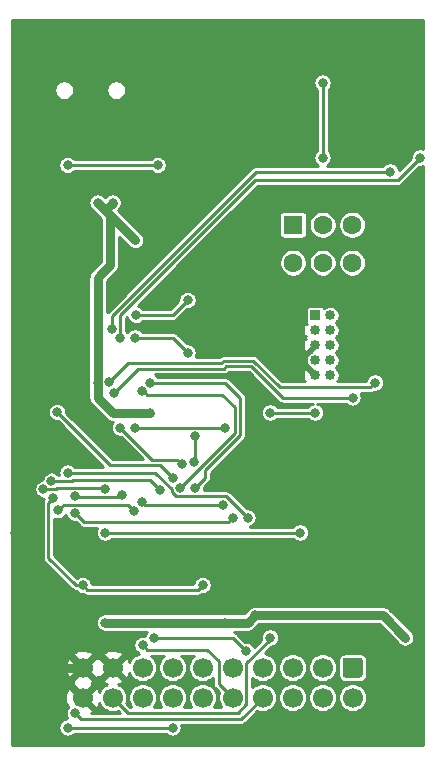
<source format=gbr>
%TF.GenerationSoftware,KiCad,Pcbnew,(5.1.9)-1*%
%TF.CreationDate,2021-03-30T23:32:36+02:00*%
%TF.ProjectId,Programmer,50726f67-7261-46d6-9d65-722e6b696361,v0.1*%
%TF.SameCoordinates,Original*%
%TF.FileFunction,Copper,L2,Bot*%
%TF.FilePolarity,Positive*%
%FSLAX46Y46*%
G04 Gerber Fmt 4.6, Leading zero omitted, Abs format (unit mm)*
G04 Created by KiCad (PCBNEW (5.1.9)-1) date 2021-03-30 23:32:36*
%MOMM*%
%LPD*%
G01*
G04 APERTURE LIST*
%TA.AperFunction,ComponentPad*%
%ADD10C,0.850000*%
%TD*%
%TA.AperFunction,ComponentPad*%
%ADD11R,0.850000X0.850000*%
%TD*%
%TA.AperFunction,ComponentPad*%
%ADD12C,1.600000*%
%TD*%
%TA.AperFunction,ComponentPad*%
%ADD13R,1.600000X1.600000*%
%TD*%
%TA.AperFunction,ComponentPad*%
%ADD14C,1.700000*%
%TD*%
%TA.AperFunction,ViaPad*%
%ADD15C,0.800000*%
%TD*%
%TA.AperFunction,Conductor*%
%ADD16C,0.250000*%
%TD*%
%TA.AperFunction,Conductor*%
%ADD17C,0.800000*%
%TD*%
%TA.AperFunction,Conductor*%
%ADD18C,0.254000*%
%TD*%
%TA.AperFunction,Conductor*%
%ADD19C,0.100000*%
%TD*%
G04 APERTURE END LIST*
D10*
%TO.P,J2,10*%
%TO.N,/nRST*%
X156845000Y-97155000D03*
%TO.P,J2,9*%
%TO.N,GND*%
X155575000Y-97155000D03*
%TO.P,J2,8*%
%TO.N,Net-(J2-Pad8)*%
X156845000Y-95885000D03*
%TO.P,J2,7*%
%TO.N,Net-(J2-Pad7)*%
X155575000Y-95885000D03*
%TO.P,J2,6*%
%TO.N,Net-(J2-Pad6)*%
X156845000Y-94615000D03*
%TO.P,J2,5*%
%TO.N,GND*%
X155575000Y-94615000D03*
%TO.P,J2,4*%
%TO.N,/CLK*%
X156845000Y-93345000D03*
%TO.P,J2,3*%
%TO.N,GND*%
X155575000Y-93345000D03*
%TO.P,J2,2*%
%TO.N,/DIO*%
X156845000Y-92075000D03*
D11*
%TO.P,J2,1*%
%TO.N,+3V3*%
X155575000Y-92075000D03*
%TD*%
D12*
%TO.P,SW1,6*%
%TO.N,N/C*%
X158710000Y-87630000D03*
%TO.P,SW1,5*%
X156210000Y-87630000D03*
%TO.P,SW1,4*%
X153710000Y-87630000D03*
%TO.P,SW1,3*%
X158710000Y-84430000D03*
%TO.P,SW1,2*%
%TO.N,+5V*%
X156210000Y-84430000D03*
D13*
%TO.P,SW1,1*%
%TO.N,Net-(C17-Pad2)*%
X153710000Y-84430000D03*
%TD*%
D14*
%TO.P,J3,20*%
%TO.N,GND*%
X135890000Y-124460000D03*
%TO.P,J3,18*%
%TO.N,/DTCT_Vtarget*%
X138430000Y-124460000D03*
%TO.P,J3,16*%
%TO.N,/R_RCLK*%
X140970000Y-124460000D03*
%TO.P,J3,14*%
%TO.N,/R_SCLK*%
X143510000Y-124460000D03*
%TO.P,J3,12*%
%TO.N,/R_SER*%
X146050000Y-124460000D03*
%TO.P,J3,10*%
%TO.N,/DATA_ROM\u005C~PROG~*%
X148590000Y-124460000D03*
%TO.P,J3,8*%
%TO.N,/ADR_~PC~\u005CPROG*%
X151130000Y-124460000D03*
%TO.P,J3,6*%
%TO.N,/DO_RESET*%
X153670000Y-124460000D03*
%TO.P,J3,4*%
%TO.N,/BKPT_RCLK*%
X156210000Y-124460000D03*
%TO.P,J3,2*%
%TO.N,+5V*%
X158750000Y-124460000D03*
%TO.P,J3,19*%
%TO.N,GND*%
X135890000Y-121920000D03*
%TO.P,J3,17*%
X138430000Y-121920000D03*
%TO.P,J3,15*%
%TO.N,/W_RCLK*%
X140970000Y-121920000D03*
%TO.P,J3,13*%
%TO.N,/W_SCLK*%
X143510000Y-121920000D03*
%TO.P,J3,11*%
%TO.N,/W_SER*%
X146050000Y-121920000D03*
%TO.P,J3,9*%
%TO.N,/MEM_~OE*%
X148590000Y-121920000D03*
%TO.P,J3,7*%
%TO.N,/MEM_~PGM*%
X151130000Y-121920000D03*
%TO.P,J3,5*%
%TO.N,/MEM_~CE*%
X153670000Y-121920000D03*
%TO.P,J3,3*%
%TO.N,+5V*%
X156210000Y-121920000D03*
%TO.P,J3,1*%
%TA.AperFunction,ComponentPad*%
G36*
G01*
X158150000Y-121070000D02*
X159350000Y-121070000D01*
G75*
G02*
X159600000Y-121320000I0J-250000D01*
G01*
X159600000Y-122520000D01*
G75*
G02*
X159350000Y-122770000I-250000J0D01*
G01*
X158150000Y-122770000D01*
G75*
G02*
X157900000Y-122520000I0J250000D01*
G01*
X157900000Y-121320000D01*
G75*
G02*
X158150000Y-121070000I250000J0D01*
G01*
G37*
%TD.AperFunction*%
%TD*%
D15*
%TO.N,/LV_R_SER*%
X154305000Y-110490000D03*
X137795000Y-110490000D03*
%TO.N,GND*%
X160020000Y-72390000D03*
X144145000Y-83185000D03*
X133290132Y-83613561D03*
X133985000Y-69850000D03*
X139065000Y-69850000D03*
X131445000Y-73025000D03*
X141605000Y-73025000D03*
X149860000Y-113665000D03*
X139700000Y-113665000D03*
X146595000Y-77560000D03*
X146595000Y-78650000D03*
X145415000Y-80645000D03*
X147320000Y-74930000D03*
X154940000Y-74930000D03*
X137146186Y-85170661D03*
X136525000Y-73025000D03*
X136525000Y-71755000D03*
X136525000Y-70485000D03*
X134620000Y-78105000D03*
X133350000Y-78105000D03*
X132080000Y-78105000D03*
X130810000Y-95250000D03*
X130175000Y-110490000D03*
X137795000Y-112395000D03*
X133985000Y-112395000D03*
X152400000Y-107950000D03*
X152400000Y-105410000D03*
X160020000Y-78740000D03*
%TO.N,+3V3*%
X140335000Y-85725000D03*
X137160000Y-82550000D03*
X138430000Y-82550000D03*
X137795000Y-83185000D03*
X137160000Y-97790000D03*
X141605000Y-100330000D03*
%TO.N,/nRST*%
X155575000Y-100330000D03*
X151765000Y-100330000D03*
%TO.N,+5V*%
X150495000Y-117475000D03*
X137795000Y-118110000D03*
X147955000Y-118110000D03*
X163195000Y-119380000D03*
%TO.N,Net-(D1-Pad1)*%
X140335000Y-93980000D03*
X144780000Y-95250000D03*
%TO.N,Net-(D2-Pad1)*%
X144780000Y-90805000D03*
X140425010Y-92075000D03*
%TO.N,/CLK*%
X158750000Y-99060000D03*
X138508996Y-98655026D03*
%TO.N,/DIO*%
X160655000Y-97790000D03*
X138160010Y-97717885D03*
%TO.N,/R_SCLK*%
X134620000Y-127000000D03*
X143510000Y-127000000D03*
%TO.N,/DO_RESET*%
X141945010Y-119380000D03*
X149747839Y-120537839D03*
%TO.N,Net-(R4-Pad1)*%
X140335000Y-101600000D03*
X147955000Y-101600000D03*
%TO.N,/LED1*%
X139065000Y-93980000D03*
X164465000Y-78740000D03*
%TO.N,/LED2*%
X138339990Y-93271442D03*
X161925000Y-79919990D03*
%TO.N,/DTCT_Vtarget*%
X151765000Y-119380000D03*
%TO.N,/LV_R_RCLK*%
X139225010Y-107315000D03*
X135255000Y-107405010D03*
%TO.N,/~5V_OE*%
X135890000Y-114935000D03*
X146050000Y-114935000D03*
X133402542Y-107545829D03*
%TO.N,/LV_DO_RESET*%
X133253499Y-106095817D03*
X142420401Y-106889918D03*
%TO.N,/LV_MEM_~CE*%
X148590000Y-109220000D03*
X135274826Y-108855022D03*
%TO.N,/LV_MEM_~OE*%
X145415000Y-102325010D03*
X145288160Y-104510109D03*
%TO.N,/LV_MEM_~PGM*%
X147804845Y-108190165D03*
X140879990Y-107877885D03*
%TO.N,/LV_W_SER*%
X139065000Y-101600000D03*
X144309561Y-104715945D03*
%TO.N,/LV_W_RCLK*%
X144145000Y-106680000D03*
X140897885Y-98497115D03*
%TO.N,/LV_W_SCLK*%
X145415000Y-106680000D03*
X141605000Y-97790000D03*
%TO.N,/DATA_ROM\u005C~PROG~*%
X140970000Y-120015000D03*
%TO.N,/ADR_~PC~\u005CPROG*%
X135241540Y-125756921D03*
%TO.N,/LV_ADR_~PC~\u005CPROG*%
X137795000Y-106770010D03*
X132572325Y-106827954D03*
%TO.N,/LV_DATA_ROM\u005C~PROG~*%
X133722579Y-100267685D03*
X143534960Y-105887615D03*
%TO.N,/LV_BKPT_RCLK*%
X133824815Y-108585000D03*
X140269529Y-108669947D03*
%TO.N,/LV_DTCT_Vtarget*%
X134620000Y-105410000D03*
X149860000Y-109220000D03*
%TO.N,Net-(R14-Pad2)*%
X156210000Y-72390000D03*
X156210000Y-78740000D03*
%TO.N,Net-(R16-Pad2)*%
X142240000Y-79375000D03*
X134620000Y-79375000D03*
%TD*%
D16*
%TO.N,/LV_R_SER*%
X137795000Y-110490000D02*
X154305000Y-110490000D01*
%TO.N,GND*%
X160020000Y-76200000D02*
X158115000Y-78105000D01*
X160020000Y-72390000D02*
X160020000Y-76200000D01*
D17*
X135890000Y-121920000D02*
X133350000Y-121920000D01*
X133350000Y-121920000D02*
X130175000Y-118745000D01*
X130175000Y-80010000D02*
X132080000Y-78105000D01*
X132080000Y-78105000D02*
X133985000Y-78105000D01*
X133985000Y-78105000D02*
X134620000Y-78105000D01*
D16*
X130810000Y-95250000D02*
X130175000Y-95250000D01*
D17*
X130175000Y-110490000D02*
X130175000Y-95250000D01*
X130175000Y-118745000D02*
X130175000Y-110490000D01*
D16*
X137795000Y-112395000D02*
X133985000Y-112395000D01*
D17*
X130175000Y-95250000D02*
X130175000Y-80010000D01*
%TO.N,+3V3*%
X137160000Y-82550000D02*
X140335000Y-85725000D01*
X138430000Y-82550000D02*
X137795000Y-83185000D01*
X137160000Y-99060000D02*
X138430000Y-100330000D01*
X138430000Y-100330000D02*
X141605000Y-100330000D01*
X137160000Y-97790000D02*
X137160000Y-98425000D01*
X137160000Y-98425000D02*
X137160000Y-99060000D01*
X137160000Y-98425000D02*
X137160000Y-88900000D01*
X138194999Y-87865001D02*
X137477500Y-88582500D01*
X138194999Y-83584999D02*
X138194999Y-87865001D01*
X137795000Y-83185000D02*
X138194999Y-83584999D01*
X137160000Y-88900000D02*
X137477500Y-88582500D01*
D16*
%TO.N,/nRST*%
X155575000Y-100330000D02*
X151765000Y-100330000D01*
%TO.N,+5V*%
X147955000Y-118110000D02*
X137795000Y-118110000D01*
X149860000Y-118110000D02*
X147955000Y-118110000D01*
D17*
X149860000Y-118110000D02*
X150495000Y-117475000D01*
X137795000Y-118110000D02*
X149860000Y-118110000D01*
X161290000Y-117475000D02*
X163195000Y-119380000D01*
X150495000Y-117475000D02*
X160020000Y-117475000D01*
X160020000Y-117475000D02*
X161290000Y-117475000D01*
D16*
%TO.N,Net-(D1-Pad1)*%
X140335000Y-93980000D02*
X143510000Y-93980000D01*
X143510000Y-93980000D02*
X144780000Y-95250000D01*
%TO.N,Net-(D2-Pad1)*%
X143510000Y-92075000D02*
X140425010Y-92075000D01*
X144780000Y-90805000D02*
X143510000Y-92075000D01*
%TO.N,/CLK*%
X150150924Y-96372920D02*
X148061987Y-96372920D01*
X152838004Y-99060000D02*
X150150924Y-96372920D01*
X148061987Y-96372920D02*
X147835091Y-96599816D01*
X147835091Y-96599816D02*
X140564206Y-96599816D01*
X140564206Y-96599816D02*
X138508996Y-98655026D01*
X158750000Y-99060000D02*
X152838004Y-99060000D01*
%TO.N,/DIO*%
X152604414Y-98189999D02*
X150337324Y-95922909D01*
X160655000Y-97790000D02*
X160255001Y-98189999D01*
X160255001Y-98189999D02*
X152604414Y-98189999D01*
X147648691Y-96149805D02*
X139728090Y-96149805D01*
X139728090Y-96149805D02*
X138160010Y-97717885D01*
X147875587Y-95922909D02*
X147648691Y-96149805D01*
X150337324Y-95922909D02*
X147875587Y-95922909D01*
%TO.N,/R_SCLK*%
X134620000Y-127000000D02*
X143510000Y-127000000D01*
%TO.N,/DO_RESET*%
X148590000Y-119380000D02*
X149747839Y-120537839D01*
X141945010Y-119380000D02*
X148590000Y-119380000D01*
%TO.N,Net-(R4-Pad1)*%
X140335000Y-101600000D02*
X147955000Y-101600000D01*
%TO.N,/LED1*%
X139065000Y-93980000D02*
X139065000Y-92075000D01*
X139065000Y-92075000D02*
X150495000Y-80645000D01*
X150495000Y-80645000D02*
X162560000Y-80645000D01*
X162560000Y-80645000D02*
X164465000Y-78740000D01*
%TO.N,/LED2*%
X138339990Y-93271442D02*
X138339990Y-92163599D01*
X138339990Y-92163599D02*
X150583599Y-79919990D01*
X150583599Y-79919990D02*
X161925000Y-79919990D01*
%TO.N,/DTCT_Vtarget*%
X138430000Y-124460000D02*
X139700000Y-125730000D01*
X151765000Y-119545998D02*
X151765000Y-119380000D01*
X149765001Y-121545997D02*
X151765000Y-119545998D01*
X149765001Y-125024001D02*
X149765001Y-121545997D01*
X149059002Y-125730000D02*
X149765001Y-125024001D01*
X139700000Y-125730000D02*
X149059002Y-125730000D01*
%TO.N,/LV_R_RCLK*%
X139225010Y-107315000D02*
X139044998Y-107495012D01*
X139044998Y-107495012D02*
X135345002Y-107495012D01*
X135345002Y-107495012D02*
X135255000Y-107405010D01*
%TO.N,/~5V_OE*%
X145650001Y-115334999D02*
X146050000Y-114935000D01*
X135890000Y-114935000D02*
X136289999Y-115334999D01*
X136289999Y-115334999D02*
X145650001Y-115334999D01*
X133002543Y-112613228D02*
X133002543Y-107945828D01*
X135324315Y-114935000D02*
X133002543Y-112613228D01*
X133002543Y-107945828D02*
X133402542Y-107545829D01*
X135890000Y-114935000D02*
X135324315Y-114935000D01*
%TO.N,/LV_DO_RESET*%
X135058002Y-106045000D02*
X141575483Y-106045000D01*
X133292683Y-106135001D02*
X134968001Y-106135001D01*
X133253499Y-106095817D02*
X133292683Y-106135001D01*
X134968001Y-106135001D02*
X135058002Y-106045000D01*
X141575483Y-106045000D02*
X142420401Y-106889918D01*
%TO.N,/LV_MEM_~CE*%
X148190001Y-109619999D02*
X136039803Y-109619999D01*
X148590000Y-109220000D02*
X148190001Y-109619999D01*
X136039803Y-109619999D02*
X135274826Y-108855022D01*
%TO.N,/LV_MEM_~OE*%
X145415000Y-104383269D02*
X145288160Y-104510109D01*
X145415000Y-102325010D02*
X145415000Y-104383269D01*
%TO.N,/LV_MEM_~PGM*%
X141192270Y-108190165D02*
X140879990Y-107877885D01*
X147804845Y-108190165D02*
X141192270Y-108190165D01*
%TO.N,/LV_W_SER*%
X141789989Y-104324989D02*
X143918605Y-104324989D01*
X139065000Y-101600000D02*
X141789989Y-104324989D01*
X143918605Y-104324989D02*
X144309561Y-104715945D01*
%TO.N,/LV_W_RCLK*%
X147719999Y-98824999D02*
X141369999Y-98824999D01*
X141369999Y-98824999D02*
X140970000Y-98425000D01*
X144145000Y-106680000D02*
X144145000Y-106678589D01*
X144145000Y-106678589D02*
X148774989Y-102048600D01*
X148774989Y-102048600D02*
X148774989Y-99879989D01*
X140970000Y-98425000D02*
X140897885Y-98497115D01*
X148774989Y-99879989D02*
X147719999Y-98824999D01*
%TO.N,/LV_W_SCLK*%
X145415000Y-106680000D02*
X146226550Y-105868450D01*
X146226550Y-105868450D02*
X146226550Y-105233450D01*
X146226550Y-105233450D02*
X149225000Y-102235000D01*
X149225000Y-102235000D02*
X149225000Y-99060000D01*
X149225000Y-99060000D02*
X147955000Y-97790000D01*
X147955000Y-97790000D02*
X141605000Y-97790000D01*
%TO.N,/DATA_ROM\u005C~PROG~*%
X141369999Y-120414999D02*
X146449999Y-120414999D01*
X140970000Y-120015000D02*
X141369999Y-120414999D01*
X147414999Y-123284999D02*
X148590000Y-124460000D01*
X147414999Y-121379999D02*
X147414999Y-123284999D01*
X146449999Y-120414999D02*
X147414999Y-121379999D01*
%TO.N,/ADR_~PC~\u005CPROG*%
X135759617Y-126274998D02*
X149315002Y-126274998D01*
X135241540Y-125756921D02*
X135759617Y-126274998D01*
X149315002Y-126274998D02*
X151130000Y-124460000D01*
%TO.N,/LV_ADR_~PC~\u005CPROG*%
X137795000Y-106770010D02*
X137704990Y-106680000D01*
X137704990Y-106680000D02*
X133742320Y-106680000D01*
X133601501Y-106820819D02*
X132579460Y-106820819D01*
X132579460Y-106820819D02*
X132572325Y-106827954D01*
X133742320Y-106680000D02*
X133601501Y-106820819D01*
%TO.N,/LV_DATA_ROM\u005C~PROG~*%
X138229894Y-104775000D02*
X142422345Y-104775000D01*
X133722579Y-100267685D02*
X138229894Y-104775000D01*
X142422345Y-104775000D02*
X143534960Y-105887615D01*
%TO.N,/LV_BKPT_RCLK*%
X139729594Y-108130012D02*
X140269529Y-108669947D01*
X134279803Y-108130012D02*
X139729594Y-108130012D01*
X133824815Y-108585000D02*
X134279803Y-108130012D01*
%TO.N,/LV_DTCT_Vtarget*%
X143419999Y-106826432D02*
X143419999Y-107028001D01*
X143796999Y-107405001D02*
X148045001Y-107405001D01*
X134620000Y-105410000D02*
X142003567Y-105410000D01*
X148045001Y-107405001D02*
X149860000Y-109220000D01*
X142003567Y-105410000D02*
X143419999Y-106826432D01*
X143419999Y-107028001D02*
X143796999Y-107405001D01*
%TO.N,Net-(R14-Pad2)*%
X156210000Y-72390000D02*
X156210000Y-78740000D01*
%TO.N,Net-(R16-Pad2)*%
X134620000Y-79375000D02*
X142240000Y-79375000D01*
%TD*%
D18*
%TO.N,GND*%
X164694001Y-77989507D02*
X164692809Y-77989013D01*
X164541922Y-77959000D01*
X164388078Y-77959000D01*
X164237191Y-77989013D01*
X164095058Y-78047887D01*
X163967141Y-78133358D01*
X163858358Y-78242141D01*
X163772887Y-78370058D01*
X163714013Y-78512191D01*
X163684000Y-78663078D01*
X163684000Y-78805408D01*
X162696102Y-79793307D01*
X162675987Y-79692181D01*
X162617113Y-79550048D01*
X162531642Y-79422131D01*
X162422859Y-79313348D01*
X162294942Y-79227877D01*
X162152809Y-79169003D01*
X162001922Y-79138990D01*
X161848078Y-79138990D01*
X161697191Y-79169003D01*
X161555058Y-79227877D01*
X161427141Y-79313348D01*
X161326499Y-79413990D01*
X156607065Y-79413990D01*
X156707859Y-79346642D01*
X156816642Y-79237859D01*
X156902113Y-79109942D01*
X156960987Y-78967809D01*
X156991000Y-78816922D01*
X156991000Y-78663078D01*
X156960987Y-78512191D01*
X156902113Y-78370058D01*
X156816642Y-78242141D01*
X156716000Y-78141499D01*
X156716000Y-72988501D01*
X156816642Y-72887859D01*
X156902113Y-72759942D01*
X156960987Y-72617809D01*
X156991000Y-72466922D01*
X156991000Y-72313078D01*
X156960987Y-72162191D01*
X156902113Y-72020058D01*
X156816642Y-71892141D01*
X156707859Y-71783358D01*
X156579942Y-71697887D01*
X156437809Y-71639013D01*
X156286922Y-71609000D01*
X156133078Y-71609000D01*
X155982191Y-71639013D01*
X155840058Y-71697887D01*
X155712141Y-71783358D01*
X155603358Y-71892141D01*
X155517887Y-72020058D01*
X155459013Y-72162191D01*
X155429000Y-72313078D01*
X155429000Y-72466922D01*
X155459013Y-72617809D01*
X155517887Y-72759942D01*
X155603358Y-72887859D01*
X155704000Y-72988501D01*
X155704001Y-78141498D01*
X155603358Y-78242141D01*
X155517887Y-78370058D01*
X155459013Y-78512191D01*
X155429000Y-78663078D01*
X155429000Y-78816922D01*
X155459013Y-78967809D01*
X155517887Y-79109942D01*
X155603358Y-79237859D01*
X155712141Y-79346642D01*
X155812935Y-79413990D01*
X150608453Y-79413990D01*
X150583599Y-79411542D01*
X150558745Y-79413990D01*
X150484406Y-79421312D01*
X150389024Y-79450245D01*
X150301120Y-79497231D01*
X150224072Y-79560463D01*
X150208227Y-79579770D01*
X137999771Y-91788227D01*
X137980464Y-91804072D01*
X137941000Y-91852159D01*
X137941000Y-89223500D01*
X138056875Y-89107625D01*
X138720126Y-88444375D01*
X138749921Y-88419923D01*
X138786891Y-88374875D01*
X138847518Y-88301001D01*
X138883778Y-88233162D01*
X138920039Y-88165323D01*
X138964698Y-88018104D01*
X138975999Y-87903361D01*
X138975999Y-87903358D01*
X138979777Y-87865001D01*
X138975999Y-87826644D01*
X138975999Y-85470499D01*
X139728356Y-86222856D01*
X139728358Y-86222859D01*
X139837141Y-86331642D01*
X139869204Y-86353066D01*
X139899000Y-86377519D01*
X139932997Y-86395691D01*
X139965058Y-86417113D01*
X140000684Y-86431870D01*
X140034678Y-86450040D01*
X140071559Y-86461228D01*
X140107191Y-86475987D01*
X140145020Y-86483512D01*
X140181897Y-86494698D01*
X140220250Y-86498476D01*
X140258078Y-86506000D01*
X140296642Y-86506000D01*
X140334999Y-86509778D01*
X140373356Y-86506000D01*
X140411922Y-86506000D01*
X140449751Y-86498475D01*
X140488102Y-86494698D01*
X140524976Y-86483512D01*
X140562809Y-86475987D01*
X140598445Y-86461226D01*
X140635320Y-86450040D01*
X140669308Y-86431873D01*
X140704942Y-86417113D01*
X140737008Y-86395688D01*
X140770999Y-86377519D01*
X140800791Y-86353069D01*
X140832859Y-86331642D01*
X140860135Y-86304366D01*
X140889921Y-86279921D01*
X140914366Y-86250135D01*
X140941642Y-86222859D01*
X140963069Y-86190791D01*
X140987519Y-86160999D01*
X141005688Y-86127008D01*
X141027113Y-86094942D01*
X141041873Y-86059308D01*
X141060040Y-86025320D01*
X141071226Y-85988445D01*
X141085987Y-85952809D01*
X141093512Y-85914976D01*
X141104698Y-85878102D01*
X141108475Y-85839751D01*
X141116000Y-85801922D01*
X141116000Y-85763356D01*
X141119778Y-85724999D01*
X141116000Y-85686642D01*
X141116000Y-85648078D01*
X141108476Y-85610250D01*
X141104698Y-85571897D01*
X141093512Y-85535020D01*
X141085987Y-85497191D01*
X141071228Y-85461559D01*
X141060040Y-85424678D01*
X141041870Y-85390684D01*
X141027113Y-85355058D01*
X141005691Y-85322997D01*
X140987519Y-85289000D01*
X140963066Y-85259204D01*
X140941642Y-85227141D01*
X140832859Y-85118358D01*
X140832856Y-85118356D01*
X138899500Y-83185000D01*
X139009375Y-83075126D01*
X139036642Y-83047859D01*
X139058067Y-83015794D01*
X139082519Y-82985999D01*
X139100688Y-82952007D01*
X139122113Y-82919942D01*
X139136872Y-82884312D01*
X139155040Y-82850321D01*
X139166227Y-82813443D01*
X139180987Y-82777809D01*
X139188512Y-82739979D01*
X139199698Y-82703103D01*
X139203476Y-82664750D01*
X139211000Y-82626922D01*
X139211000Y-82588357D01*
X139214778Y-82550000D01*
X139211000Y-82511643D01*
X139211000Y-82473078D01*
X139203476Y-82435250D01*
X139199698Y-82396897D01*
X139188512Y-82360021D01*
X139180987Y-82322191D01*
X139166227Y-82286557D01*
X139155040Y-82249679D01*
X139136872Y-82215688D01*
X139122113Y-82180058D01*
X139100688Y-82147993D01*
X139082519Y-82114001D01*
X139058067Y-82084206D01*
X139036642Y-82052141D01*
X139009374Y-82024873D01*
X138984922Y-81995078D01*
X138955126Y-81970625D01*
X138927859Y-81943358D01*
X138895794Y-81921933D01*
X138865999Y-81897481D01*
X138832007Y-81879312D01*
X138799942Y-81857887D01*
X138764312Y-81843128D01*
X138730321Y-81824960D01*
X138693443Y-81813773D01*
X138657809Y-81799013D01*
X138619979Y-81791488D01*
X138583103Y-81780302D01*
X138544750Y-81776524D01*
X138506922Y-81769000D01*
X138468357Y-81769000D01*
X138430000Y-81765222D01*
X138391643Y-81769000D01*
X138353078Y-81769000D01*
X138315250Y-81776524D01*
X138276897Y-81780302D01*
X138240021Y-81791488D01*
X138202191Y-81799013D01*
X138166557Y-81813773D01*
X138129679Y-81824960D01*
X138095688Y-81843128D01*
X138060058Y-81857887D01*
X138027993Y-81879312D01*
X137994001Y-81897481D01*
X137964206Y-81921933D01*
X137932141Y-81943358D01*
X137904874Y-81970625D01*
X137795000Y-82080500D01*
X137766644Y-82052144D01*
X137766642Y-82052141D01*
X137657859Y-81943358D01*
X137625792Y-81921932D01*
X137595999Y-81897481D01*
X137562008Y-81879312D01*
X137529942Y-81857887D01*
X137494308Y-81843127D01*
X137460320Y-81824960D01*
X137423445Y-81813774D01*
X137387809Y-81799013D01*
X137349976Y-81791488D01*
X137313102Y-81780302D01*
X137274751Y-81776525D01*
X137236922Y-81769000D01*
X137198357Y-81769000D01*
X137160000Y-81765222D01*
X137121643Y-81769000D01*
X137083078Y-81769000D01*
X137045249Y-81776525D01*
X137006898Y-81780302D01*
X136970024Y-81791488D01*
X136932191Y-81799013D01*
X136896555Y-81813774D01*
X136859680Y-81824960D01*
X136825692Y-81843127D01*
X136790058Y-81857887D01*
X136757992Y-81879312D01*
X136724001Y-81897481D01*
X136694209Y-81921931D01*
X136662141Y-81943358D01*
X136634865Y-81970634D01*
X136605079Y-81995079D01*
X136580634Y-82024865D01*
X136553358Y-82052141D01*
X136531931Y-82084209D01*
X136507481Y-82114001D01*
X136489312Y-82147992D01*
X136467887Y-82180058D01*
X136453127Y-82215692D01*
X136434960Y-82249680D01*
X136423774Y-82286555D01*
X136409013Y-82322191D01*
X136401488Y-82360024D01*
X136390302Y-82396898D01*
X136386525Y-82435249D01*
X136379000Y-82473078D01*
X136379000Y-82511643D01*
X136375222Y-82550000D01*
X136379000Y-82588357D01*
X136379000Y-82626922D01*
X136386525Y-82664751D01*
X136390302Y-82703102D01*
X136401488Y-82739976D01*
X136409013Y-82777809D01*
X136423774Y-82813445D01*
X136434960Y-82850320D01*
X136453127Y-82884308D01*
X136467887Y-82919942D01*
X136489312Y-82952008D01*
X136507481Y-82985999D01*
X136531932Y-83015792D01*
X136553358Y-83047859D01*
X136662141Y-83156642D01*
X136662144Y-83156644D01*
X137188356Y-83682856D01*
X137188358Y-83682859D01*
X137215634Y-83710135D01*
X137240079Y-83739921D01*
X137269865Y-83764366D01*
X137297141Y-83791642D01*
X137297144Y-83791644D01*
X137413999Y-83908499D01*
X137414000Y-87541499D01*
X136952375Y-88003125D01*
X136634874Y-88320626D01*
X136605079Y-88345078D01*
X136580627Y-88374873D01*
X136580625Y-88374875D01*
X136507481Y-88464001D01*
X136478875Y-88517520D01*
X136434961Y-88599678D01*
X136393729Y-88735602D01*
X136390302Y-88746898D01*
X136375222Y-88900000D01*
X136379001Y-88938367D01*
X136379000Y-97751640D01*
X136379000Y-99021643D01*
X136375222Y-99060000D01*
X136379000Y-99098357D01*
X136379000Y-99098360D01*
X136390301Y-99213103D01*
X136434960Y-99360322D01*
X136466606Y-99419526D01*
X136507481Y-99495999D01*
X136566938Y-99568447D01*
X136605079Y-99614922D01*
X136634874Y-99639374D01*
X137850622Y-100855122D01*
X137875078Y-100884922D01*
X137948840Y-100945456D01*
X137994000Y-100982519D01*
X138061638Y-101018672D01*
X138129678Y-101055040D01*
X138276897Y-101099699D01*
X138391640Y-101111000D01*
X138391642Y-101111000D01*
X138429999Y-101114778D01*
X138451317Y-101112678D01*
X138372887Y-101230058D01*
X138314013Y-101372191D01*
X138284000Y-101523078D01*
X138284000Y-101676922D01*
X138314013Y-101827809D01*
X138372887Y-101969942D01*
X138458358Y-102097859D01*
X138567141Y-102206642D01*
X138695058Y-102292113D01*
X138837191Y-102350987D01*
X138988078Y-102381000D01*
X139130409Y-102381000D01*
X141018408Y-104269000D01*
X138439486Y-104269000D01*
X134503579Y-100333094D01*
X134503579Y-100190763D01*
X134473566Y-100039876D01*
X134414692Y-99897743D01*
X134329221Y-99769826D01*
X134220438Y-99661043D01*
X134092521Y-99575572D01*
X133950388Y-99516698D01*
X133799501Y-99486685D01*
X133645657Y-99486685D01*
X133494770Y-99516698D01*
X133352637Y-99575572D01*
X133224720Y-99661043D01*
X133115937Y-99769826D01*
X133030466Y-99897743D01*
X132971592Y-100039876D01*
X132941579Y-100190763D01*
X132941579Y-100344607D01*
X132971592Y-100495494D01*
X133030466Y-100637627D01*
X133115937Y-100765544D01*
X133224720Y-100874327D01*
X133352637Y-100959798D01*
X133494770Y-101018672D01*
X133645657Y-101048685D01*
X133787988Y-101048685D01*
X137643302Y-104904000D01*
X135218501Y-104904000D01*
X135117859Y-104803358D01*
X134989942Y-104717887D01*
X134847809Y-104659013D01*
X134696922Y-104629000D01*
X134543078Y-104629000D01*
X134392191Y-104659013D01*
X134250058Y-104717887D01*
X134122141Y-104803358D01*
X134013358Y-104912141D01*
X133927887Y-105040058D01*
X133869013Y-105182191D01*
X133839000Y-105333078D01*
X133839000Y-105486922D01*
X133861487Y-105599972D01*
X133860141Y-105597958D01*
X133751358Y-105489175D01*
X133623441Y-105403704D01*
X133481308Y-105344830D01*
X133330421Y-105314817D01*
X133176577Y-105314817D01*
X133025690Y-105344830D01*
X132883557Y-105403704D01*
X132755640Y-105489175D01*
X132646857Y-105597958D01*
X132561386Y-105725875D01*
X132502512Y-105868008D01*
X132472499Y-106018895D01*
X132472499Y-106051510D01*
X132344516Y-106076967D01*
X132202383Y-106135841D01*
X132074466Y-106221312D01*
X131965683Y-106330095D01*
X131880212Y-106458012D01*
X131821338Y-106600145D01*
X131791325Y-106751032D01*
X131791325Y-106904876D01*
X131821338Y-107055763D01*
X131880212Y-107197896D01*
X131965683Y-107325813D01*
X132074466Y-107434596D01*
X132202383Y-107520067D01*
X132344516Y-107578941D01*
X132495403Y-107608954D01*
X132621542Y-107608954D01*
X132621542Y-107612468D01*
X132579785Y-107663349D01*
X132564745Y-107691487D01*
X132532798Y-107751254D01*
X132503865Y-107846636D01*
X132494096Y-107945828D01*
X132496544Y-107970684D01*
X132496543Y-112588382D01*
X132494096Y-112613228D01*
X132496543Y-112638074D01*
X132496543Y-112638081D01*
X132503865Y-112712420D01*
X132532798Y-112807802D01*
X132579784Y-112895707D01*
X132643016Y-112972755D01*
X132662328Y-112988604D01*
X134948943Y-115275220D01*
X134964788Y-115294527D01*
X135041836Y-115357759D01*
X135129740Y-115404745D01*
X135202922Y-115426944D01*
X135225121Y-115433678D01*
X135235009Y-115434652D01*
X135290629Y-115440130D01*
X135392141Y-115541642D01*
X135520058Y-115627113D01*
X135662191Y-115685987D01*
X135813078Y-115716000D01*
X135956638Y-115716000D01*
X136007520Y-115757758D01*
X136095424Y-115804744D01*
X136190806Y-115833677D01*
X136265145Y-115840999D01*
X136265152Y-115840999D01*
X136289998Y-115843446D01*
X136314844Y-115840999D01*
X145625155Y-115840999D01*
X145650001Y-115843446D01*
X145674847Y-115840999D01*
X145674855Y-115840999D01*
X145749194Y-115833677D01*
X145844576Y-115804744D01*
X145932480Y-115757758D01*
X145983362Y-115716000D01*
X146126922Y-115716000D01*
X146277809Y-115685987D01*
X146419942Y-115627113D01*
X146547859Y-115541642D01*
X146656642Y-115432859D01*
X146742113Y-115304942D01*
X146800987Y-115162809D01*
X146831000Y-115011922D01*
X146831000Y-114858078D01*
X146800987Y-114707191D01*
X146742113Y-114565058D01*
X146656642Y-114437141D01*
X146547859Y-114328358D01*
X146419942Y-114242887D01*
X146277809Y-114184013D01*
X146126922Y-114154000D01*
X145973078Y-114154000D01*
X145822191Y-114184013D01*
X145680058Y-114242887D01*
X145552141Y-114328358D01*
X145443358Y-114437141D01*
X145357887Y-114565058D01*
X145299013Y-114707191D01*
X145274784Y-114828999D01*
X136665216Y-114828999D01*
X136640987Y-114707191D01*
X136582113Y-114565058D01*
X136496642Y-114437141D01*
X136387859Y-114328358D01*
X136259942Y-114242887D01*
X136117809Y-114184013D01*
X135966922Y-114154000D01*
X135813078Y-114154000D01*
X135662191Y-114184013D01*
X135520058Y-114242887D01*
X135416793Y-114311886D01*
X133508543Y-112403637D01*
X133508543Y-109299344D01*
X133597006Y-109335987D01*
X133747893Y-109366000D01*
X133901737Y-109366000D01*
X134052624Y-109335987D01*
X134194757Y-109277113D01*
X134322674Y-109191642D01*
X134431457Y-109082859D01*
X134502651Y-108976309D01*
X134523839Y-109082831D01*
X134582713Y-109224964D01*
X134668184Y-109352881D01*
X134776967Y-109461664D01*
X134904884Y-109547135D01*
X135047017Y-109606009D01*
X135197904Y-109636022D01*
X135340234Y-109636022D01*
X135664431Y-109960219D01*
X135680276Y-109979526D01*
X135757324Y-110042758D01*
X135845228Y-110089744D01*
X135940610Y-110118677D01*
X136039803Y-110128447D01*
X136064657Y-110125999D01*
X137100426Y-110125999D01*
X137044013Y-110262191D01*
X137014000Y-110413078D01*
X137014000Y-110566922D01*
X137044013Y-110717809D01*
X137102887Y-110859942D01*
X137188358Y-110987859D01*
X137297141Y-111096642D01*
X137425058Y-111182113D01*
X137567191Y-111240987D01*
X137718078Y-111271000D01*
X137871922Y-111271000D01*
X138022809Y-111240987D01*
X138164942Y-111182113D01*
X138292859Y-111096642D01*
X138393501Y-110996000D01*
X153706499Y-110996000D01*
X153807141Y-111096642D01*
X153935058Y-111182113D01*
X154077191Y-111240987D01*
X154228078Y-111271000D01*
X154381922Y-111271000D01*
X154532809Y-111240987D01*
X154674942Y-111182113D01*
X154802859Y-111096642D01*
X154911642Y-110987859D01*
X154997113Y-110859942D01*
X155055987Y-110717809D01*
X155086000Y-110566922D01*
X155086000Y-110413078D01*
X155055987Y-110262191D01*
X154997113Y-110120058D01*
X154911642Y-109992141D01*
X154802859Y-109883358D01*
X154674942Y-109797887D01*
X154532809Y-109739013D01*
X154381922Y-109709000D01*
X154228078Y-109709000D01*
X154077191Y-109739013D01*
X153935058Y-109797887D01*
X153807141Y-109883358D01*
X153706499Y-109984000D01*
X150022388Y-109984000D01*
X150087809Y-109970987D01*
X150229942Y-109912113D01*
X150357859Y-109826642D01*
X150466642Y-109717859D01*
X150552113Y-109589942D01*
X150610987Y-109447809D01*
X150641000Y-109296922D01*
X150641000Y-109143078D01*
X150610987Y-108992191D01*
X150552113Y-108850058D01*
X150466642Y-108722141D01*
X150357859Y-108613358D01*
X150229942Y-108527887D01*
X150087809Y-108469013D01*
X149936922Y-108439000D01*
X149794592Y-108439000D01*
X148420377Y-107064786D01*
X148404528Y-107045474D01*
X148327480Y-106982242D01*
X148239576Y-106935256D01*
X148144194Y-106906323D01*
X148069855Y-106899001D01*
X148069847Y-106899001D01*
X148045001Y-106896554D01*
X148020155Y-106899001D01*
X146167739Y-106899001D01*
X146196000Y-106756922D01*
X146196000Y-106614592D01*
X146566770Y-106243822D01*
X146586077Y-106227977D01*
X146649309Y-106150929D01*
X146696295Y-106063025D01*
X146725228Y-105967643D01*
X146732550Y-105893304D01*
X146732550Y-105893297D01*
X146734997Y-105868451D01*
X146732550Y-105843605D01*
X146732550Y-105443041D01*
X149565220Y-102610372D01*
X149584527Y-102594527D01*
X149647759Y-102517479D01*
X149694745Y-102429575D01*
X149723678Y-102334193D01*
X149731000Y-102259854D01*
X149731000Y-102259853D01*
X149733448Y-102235000D01*
X149731000Y-102210146D01*
X149731000Y-99084845D01*
X149733447Y-99059999D01*
X149731000Y-99035153D01*
X149731000Y-99035146D01*
X149723678Y-98960807D01*
X149716610Y-98937504D01*
X149694745Y-98865425D01*
X149676981Y-98832191D01*
X149647759Y-98777521D01*
X149584527Y-98700473D01*
X149565220Y-98684628D01*
X148330376Y-97449785D01*
X148314527Y-97430473D01*
X148237479Y-97367241D01*
X148149575Y-97320255D01*
X148054193Y-97291322D01*
X147979854Y-97284000D01*
X147979846Y-97284000D01*
X147955000Y-97281553D01*
X147930154Y-97284000D01*
X142203501Y-97284000D01*
X142102859Y-97183358D01*
X141986809Y-97105816D01*
X147810245Y-97105816D01*
X147835091Y-97108263D01*
X147859937Y-97105816D01*
X147859945Y-97105816D01*
X147934284Y-97098494D01*
X148029666Y-97069561D01*
X148117570Y-97022575D01*
X148194618Y-96959343D01*
X148210467Y-96940031D01*
X148271578Y-96878920D01*
X149941333Y-96878920D01*
X152462632Y-99400220D01*
X152478477Y-99419527D01*
X152555525Y-99482759D01*
X152643429Y-99529745D01*
X152738811Y-99558678D01*
X152813150Y-99566000D01*
X152813158Y-99566000D01*
X152838004Y-99568447D01*
X152862850Y-99566000D01*
X155412612Y-99566000D01*
X155347191Y-99579013D01*
X155205058Y-99637887D01*
X155077141Y-99723358D01*
X154976499Y-99824000D01*
X152363501Y-99824000D01*
X152262859Y-99723358D01*
X152134942Y-99637887D01*
X151992809Y-99579013D01*
X151841922Y-99549000D01*
X151688078Y-99549000D01*
X151537191Y-99579013D01*
X151395058Y-99637887D01*
X151267141Y-99723358D01*
X151158358Y-99832141D01*
X151072887Y-99960058D01*
X151014013Y-100102191D01*
X150984000Y-100253078D01*
X150984000Y-100406922D01*
X151014013Y-100557809D01*
X151072887Y-100699942D01*
X151158358Y-100827859D01*
X151267141Y-100936642D01*
X151395058Y-101022113D01*
X151537191Y-101080987D01*
X151688078Y-101111000D01*
X151841922Y-101111000D01*
X151992809Y-101080987D01*
X152134942Y-101022113D01*
X152262859Y-100936642D01*
X152363501Y-100836000D01*
X154976499Y-100836000D01*
X155077141Y-100936642D01*
X155205058Y-101022113D01*
X155347191Y-101080987D01*
X155498078Y-101111000D01*
X155651922Y-101111000D01*
X155802809Y-101080987D01*
X155944942Y-101022113D01*
X156072859Y-100936642D01*
X156181642Y-100827859D01*
X156267113Y-100699942D01*
X156325987Y-100557809D01*
X156356000Y-100406922D01*
X156356000Y-100253078D01*
X156325987Y-100102191D01*
X156267113Y-99960058D01*
X156181642Y-99832141D01*
X156072859Y-99723358D01*
X155944942Y-99637887D01*
X155802809Y-99579013D01*
X155737388Y-99566000D01*
X158151499Y-99566000D01*
X158252141Y-99666642D01*
X158380058Y-99752113D01*
X158522191Y-99810987D01*
X158673078Y-99841000D01*
X158826922Y-99841000D01*
X158977809Y-99810987D01*
X159119942Y-99752113D01*
X159247859Y-99666642D01*
X159356642Y-99557859D01*
X159442113Y-99429942D01*
X159500987Y-99287809D01*
X159531000Y-99136922D01*
X159531000Y-98983078D01*
X159500987Y-98832191D01*
X159444574Y-98695999D01*
X160230155Y-98695999D01*
X160255001Y-98698446D01*
X160279847Y-98695999D01*
X160279855Y-98695999D01*
X160354194Y-98688677D01*
X160449576Y-98659744D01*
X160537480Y-98612758D01*
X160588362Y-98571000D01*
X160731922Y-98571000D01*
X160882809Y-98540987D01*
X161024942Y-98482113D01*
X161152859Y-98396642D01*
X161261642Y-98287859D01*
X161347113Y-98159942D01*
X161405987Y-98017809D01*
X161436000Y-97866922D01*
X161436000Y-97713078D01*
X161405987Y-97562191D01*
X161347113Y-97420058D01*
X161261642Y-97292141D01*
X161152859Y-97183358D01*
X161024942Y-97097887D01*
X160882809Y-97039013D01*
X160731922Y-97009000D01*
X160578078Y-97009000D01*
X160427191Y-97039013D01*
X160285058Y-97097887D01*
X160157141Y-97183358D01*
X160048358Y-97292141D01*
X159962887Y-97420058D01*
X159904013Y-97562191D01*
X159879784Y-97683999D01*
X157455857Y-97683999D01*
X157471061Y-97668795D01*
X157559268Y-97536784D01*
X157620026Y-97390102D01*
X157651000Y-97234384D01*
X157651000Y-97075616D01*
X157620026Y-96919898D01*
X157559268Y-96773216D01*
X157471061Y-96641205D01*
X157358795Y-96528939D01*
X157345417Y-96520000D01*
X157358795Y-96511061D01*
X157471061Y-96398795D01*
X157559268Y-96266784D01*
X157620026Y-96120102D01*
X157651000Y-95964384D01*
X157651000Y-95805616D01*
X157620026Y-95649898D01*
X157559268Y-95503216D01*
X157471061Y-95371205D01*
X157358795Y-95258939D01*
X157345417Y-95250000D01*
X157358795Y-95241061D01*
X157471061Y-95128795D01*
X157559268Y-94996784D01*
X157620026Y-94850102D01*
X157651000Y-94694384D01*
X157651000Y-94535616D01*
X157620026Y-94379898D01*
X157559268Y-94233216D01*
X157471061Y-94101205D01*
X157358795Y-93988939D01*
X157345417Y-93980000D01*
X157358795Y-93971061D01*
X157471061Y-93858795D01*
X157559268Y-93726784D01*
X157620026Y-93580102D01*
X157651000Y-93424384D01*
X157651000Y-93265616D01*
X157620026Y-93109898D01*
X157559268Y-92963216D01*
X157471061Y-92831205D01*
X157358795Y-92718939D01*
X157345417Y-92710000D01*
X157358795Y-92701061D01*
X157471061Y-92588795D01*
X157559268Y-92456784D01*
X157620026Y-92310102D01*
X157651000Y-92154384D01*
X157651000Y-91995616D01*
X157620026Y-91839898D01*
X157559268Y-91693216D01*
X157471061Y-91561205D01*
X157358795Y-91448939D01*
X157226784Y-91360732D01*
X157080102Y-91299974D01*
X156924384Y-91269000D01*
X156765616Y-91269000D01*
X156609898Y-91299974D01*
X156463216Y-91360732D01*
X156331205Y-91448939D01*
X156326862Y-91453282D01*
X156318322Y-91437304D01*
X156270711Y-91379289D01*
X156212696Y-91331678D01*
X156146508Y-91296299D01*
X156074689Y-91274513D01*
X156000000Y-91267157D01*
X155150000Y-91267157D01*
X155075311Y-91274513D01*
X155003492Y-91296299D01*
X154937304Y-91331678D01*
X154879289Y-91379289D01*
X154831678Y-91437304D01*
X154796299Y-91503492D01*
X154774513Y-91575311D01*
X154767157Y-91650000D01*
X154767157Y-92500000D01*
X154774513Y-92574689D01*
X154789722Y-92624828D01*
X154732471Y-92682079D01*
X154850611Y-92800219D01*
X154644790Y-92826144D01*
X154561440Y-93017588D01*
X154517041Y-93221616D01*
X154513298Y-93430384D01*
X154550356Y-93635870D01*
X154626790Y-93830179D01*
X154644790Y-93863856D01*
X154801016Y-93883534D01*
X154732471Y-93952079D01*
X154760392Y-93980000D01*
X154732471Y-94007921D01*
X154801016Y-94076466D01*
X154644790Y-94096144D01*
X154561440Y-94287588D01*
X154517041Y-94491616D01*
X154513298Y-94700384D01*
X154550356Y-94905870D01*
X154626790Y-95100179D01*
X154644790Y-95133856D01*
X154850614Y-95159781D01*
X155395395Y-94615000D01*
X155381253Y-94600858D01*
X155560858Y-94421253D01*
X155575000Y-94435395D01*
X155589143Y-94421253D01*
X155768748Y-94600858D01*
X155754605Y-94615000D01*
X155768748Y-94629143D01*
X155589143Y-94808748D01*
X155575000Y-94794605D01*
X155202873Y-95166732D01*
X155193216Y-95170732D01*
X155061205Y-95258939D01*
X154948939Y-95371205D01*
X154860732Y-95503216D01*
X154799974Y-95649898D01*
X154769000Y-95805616D01*
X154769000Y-95964384D01*
X154799974Y-96120102D01*
X154860732Y-96266784D01*
X154948939Y-96398795D01*
X155061205Y-96511061D01*
X155193216Y-96599268D01*
X155202873Y-96603268D01*
X155575000Y-96975395D01*
X155589143Y-96961253D01*
X155768748Y-97140858D01*
X155754605Y-97155000D01*
X155768748Y-97169143D01*
X155589143Y-97348748D01*
X155575000Y-97334605D01*
X155560858Y-97348748D01*
X155381253Y-97169143D01*
X155395395Y-97155000D01*
X154850614Y-96610219D01*
X154644790Y-96636144D01*
X154561440Y-96827588D01*
X154517041Y-97031616D01*
X154513298Y-97240384D01*
X154550356Y-97445870D01*
X154626790Y-97640179D01*
X154644790Y-97673856D01*
X154725317Y-97683999D01*
X152814006Y-97683999D01*
X150712700Y-95582694D01*
X150696851Y-95563382D01*
X150619803Y-95500150D01*
X150531899Y-95453164D01*
X150436517Y-95424231D01*
X150362178Y-95416909D01*
X150362170Y-95416909D01*
X150337324Y-95414462D01*
X150312478Y-95416909D01*
X147900432Y-95416909D01*
X147875586Y-95414462D01*
X147850740Y-95416909D01*
X147850733Y-95416909D01*
X147786281Y-95423257D01*
X147776393Y-95424231D01*
X147754194Y-95430965D01*
X147681012Y-95453164D01*
X147593108Y-95500150D01*
X147516060Y-95563382D01*
X147500211Y-95582694D01*
X147439100Y-95643805D01*
X145456168Y-95643805D01*
X145472113Y-95619942D01*
X145530987Y-95477809D01*
X145561000Y-95326922D01*
X145561000Y-95173078D01*
X145530987Y-95022191D01*
X145472113Y-94880058D01*
X145386642Y-94752141D01*
X145277859Y-94643358D01*
X145149942Y-94557887D01*
X145007809Y-94499013D01*
X144856922Y-94469000D01*
X144714592Y-94469000D01*
X143885376Y-93639785D01*
X143869527Y-93620473D01*
X143792479Y-93557241D01*
X143704575Y-93510255D01*
X143609193Y-93481322D01*
X143534854Y-93474000D01*
X143534846Y-93474000D01*
X143510000Y-93471553D01*
X143485154Y-93474000D01*
X140933501Y-93474000D01*
X140832859Y-93373358D01*
X140704942Y-93287887D01*
X140562809Y-93229013D01*
X140411922Y-93199000D01*
X140258078Y-93199000D01*
X140107191Y-93229013D01*
X139965058Y-93287887D01*
X139837141Y-93373358D01*
X139728358Y-93482141D01*
X139700000Y-93524582D01*
X139671642Y-93482141D01*
X139571000Y-93381499D01*
X139571000Y-92284591D01*
X139653908Y-92201683D01*
X139674023Y-92302809D01*
X139732897Y-92444942D01*
X139818368Y-92572859D01*
X139927151Y-92681642D01*
X140055068Y-92767113D01*
X140197201Y-92825987D01*
X140348088Y-92856000D01*
X140501932Y-92856000D01*
X140652819Y-92825987D01*
X140794952Y-92767113D01*
X140922869Y-92681642D01*
X141023511Y-92581000D01*
X143485154Y-92581000D01*
X143510000Y-92583447D01*
X143534846Y-92581000D01*
X143534854Y-92581000D01*
X143609193Y-92573678D01*
X143704575Y-92544745D01*
X143792479Y-92497759D01*
X143869527Y-92434527D01*
X143885376Y-92415215D01*
X144714592Y-91586000D01*
X144856922Y-91586000D01*
X145007809Y-91555987D01*
X145149942Y-91497113D01*
X145277859Y-91411642D01*
X145386642Y-91302859D01*
X145472113Y-91174942D01*
X145530987Y-91032809D01*
X145561000Y-90881922D01*
X145561000Y-90728078D01*
X145530987Y-90577191D01*
X145472113Y-90435058D01*
X145386642Y-90307141D01*
X145277859Y-90198358D01*
X145149942Y-90112887D01*
X145007809Y-90054013D01*
X144856922Y-90024000D01*
X144703078Y-90024000D01*
X144552191Y-90054013D01*
X144410058Y-90112887D01*
X144282141Y-90198358D01*
X144173358Y-90307141D01*
X144087887Y-90435058D01*
X144029013Y-90577191D01*
X143999000Y-90728078D01*
X143999000Y-90870408D01*
X143300409Y-91569000D01*
X141023511Y-91569000D01*
X140922869Y-91468358D01*
X140794952Y-91382887D01*
X140652819Y-91324013D01*
X140551693Y-91303898D01*
X144341909Y-87513682D01*
X152529000Y-87513682D01*
X152529000Y-87746318D01*
X152574386Y-87974485D01*
X152663412Y-88189413D01*
X152792658Y-88382843D01*
X152957157Y-88547342D01*
X153150587Y-88676588D01*
X153365515Y-88765614D01*
X153593682Y-88811000D01*
X153826318Y-88811000D01*
X154054485Y-88765614D01*
X154269413Y-88676588D01*
X154462843Y-88547342D01*
X154627342Y-88382843D01*
X154756588Y-88189413D01*
X154845614Y-87974485D01*
X154891000Y-87746318D01*
X154891000Y-87513682D01*
X155029000Y-87513682D01*
X155029000Y-87746318D01*
X155074386Y-87974485D01*
X155163412Y-88189413D01*
X155292658Y-88382843D01*
X155457157Y-88547342D01*
X155650587Y-88676588D01*
X155865515Y-88765614D01*
X156093682Y-88811000D01*
X156326318Y-88811000D01*
X156554485Y-88765614D01*
X156769413Y-88676588D01*
X156962843Y-88547342D01*
X157127342Y-88382843D01*
X157256588Y-88189413D01*
X157345614Y-87974485D01*
X157391000Y-87746318D01*
X157391000Y-87513682D01*
X157529000Y-87513682D01*
X157529000Y-87746318D01*
X157574386Y-87974485D01*
X157663412Y-88189413D01*
X157792658Y-88382843D01*
X157957157Y-88547342D01*
X158150587Y-88676588D01*
X158365515Y-88765614D01*
X158593682Y-88811000D01*
X158826318Y-88811000D01*
X159054485Y-88765614D01*
X159269413Y-88676588D01*
X159462843Y-88547342D01*
X159627342Y-88382843D01*
X159756588Y-88189413D01*
X159845614Y-87974485D01*
X159891000Y-87746318D01*
X159891000Y-87513682D01*
X159845614Y-87285515D01*
X159756588Y-87070587D01*
X159627342Y-86877157D01*
X159462843Y-86712658D01*
X159269413Y-86583412D01*
X159054485Y-86494386D01*
X158826318Y-86449000D01*
X158593682Y-86449000D01*
X158365515Y-86494386D01*
X158150587Y-86583412D01*
X157957157Y-86712658D01*
X157792658Y-86877157D01*
X157663412Y-87070587D01*
X157574386Y-87285515D01*
X157529000Y-87513682D01*
X157391000Y-87513682D01*
X157345614Y-87285515D01*
X157256588Y-87070587D01*
X157127342Y-86877157D01*
X156962843Y-86712658D01*
X156769413Y-86583412D01*
X156554485Y-86494386D01*
X156326318Y-86449000D01*
X156093682Y-86449000D01*
X155865515Y-86494386D01*
X155650587Y-86583412D01*
X155457157Y-86712658D01*
X155292658Y-86877157D01*
X155163412Y-87070587D01*
X155074386Y-87285515D01*
X155029000Y-87513682D01*
X154891000Y-87513682D01*
X154845614Y-87285515D01*
X154756588Y-87070587D01*
X154627342Y-86877157D01*
X154462843Y-86712658D01*
X154269413Y-86583412D01*
X154054485Y-86494386D01*
X153826318Y-86449000D01*
X153593682Y-86449000D01*
X153365515Y-86494386D01*
X153150587Y-86583412D01*
X152957157Y-86712658D01*
X152792658Y-86877157D01*
X152663412Y-87070587D01*
X152574386Y-87285515D01*
X152529000Y-87513682D01*
X144341909Y-87513682D01*
X148225591Y-83630000D01*
X152527157Y-83630000D01*
X152527157Y-85230000D01*
X152534513Y-85304689D01*
X152556299Y-85376508D01*
X152591678Y-85442696D01*
X152639289Y-85500711D01*
X152697304Y-85548322D01*
X152763492Y-85583701D01*
X152835311Y-85605487D01*
X152910000Y-85612843D01*
X154510000Y-85612843D01*
X154584689Y-85605487D01*
X154656508Y-85583701D01*
X154722696Y-85548322D01*
X154780711Y-85500711D01*
X154828322Y-85442696D01*
X154863701Y-85376508D01*
X154885487Y-85304689D01*
X154892843Y-85230000D01*
X154892843Y-84313682D01*
X155029000Y-84313682D01*
X155029000Y-84546318D01*
X155074386Y-84774485D01*
X155163412Y-84989413D01*
X155292658Y-85182843D01*
X155457157Y-85347342D01*
X155650587Y-85476588D01*
X155865515Y-85565614D01*
X156093682Y-85611000D01*
X156326318Y-85611000D01*
X156554485Y-85565614D01*
X156769413Y-85476588D01*
X156962843Y-85347342D01*
X157127342Y-85182843D01*
X157256588Y-84989413D01*
X157345614Y-84774485D01*
X157391000Y-84546318D01*
X157391000Y-84313682D01*
X157529000Y-84313682D01*
X157529000Y-84546318D01*
X157574386Y-84774485D01*
X157663412Y-84989413D01*
X157792658Y-85182843D01*
X157957157Y-85347342D01*
X158150587Y-85476588D01*
X158365515Y-85565614D01*
X158593682Y-85611000D01*
X158826318Y-85611000D01*
X159054485Y-85565614D01*
X159269413Y-85476588D01*
X159462843Y-85347342D01*
X159627342Y-85182843D01*
X159756588Y-84989413D01*
X159845614Y-84774485D01*
X159891000Y-84546318D01*
X159891000Y-84313682D01*
X159845614Y-84085515D01*
X159756588Y-83870587D01*
X159627342Y-83677157D01*
X159462843Y-83512658D01*
X159269413Y-83383412D01*
X159054485Y-83294386D01*
X158826318Y-83249000D01*
X158593682Y-83249000D01*
X158365515Y-83294386D01*
X158150587Y-83383412D01*
X157957157Y-83512658D01*
X157792658Y-83677157D01*
X157663412Y-83870587D01*
X157574386Y-84085515D01*
X157529000Y-84313682D01*
X157391000Y-84313682D01*
X157345614Y-84085515D01*
X157256588Y-83870587D01*
X157127342Y-83677157D01*
X156962843Y-83512658D01*
X156769413Y-83383412D01*
X156554485Y-83294386D01*
X156326318Y-83249000D01*
X156093682Y-83249000D01*
X155865515Y-83294386D01*
X155650587Y-83383412D01*
X155457157Y-83512658D01*
X155292658Y-83677157D01*
X155163412Y-83870587D01*
X155074386Y-84085515D01*
X155029000Y-84313682D01*
X154892843Y-84313682D01*
X154892843Y-83630000D01*
X154885487Y-83555311D01*
X154863701Y-83483492D01*
X154828322Y-83417304D01*
X154780711Y-83359289D01*
X154722696Y-83311678D01*
X154656508Y-83276299D01*
X154584689Y-83254513D01*
X154510000Y-83247157D01*
X152910000Y-83247157D01*
X152835311Y-83254513D01*
X152763492Y-83276299D01*
X152697304Y-83311678D01*
X152639289Y-83359289D01*
X152591678Y-83417304D01*
X152556299Y-83483492D01*
X152534513Y-83555311D01*
X152527157Y-83630000D01*
X148225591Y-83630000D01*
X150704592Y-81151000D01*
X162535154Y-81151000D01*
X162560000Y-81153447D01*
X162584846Y-81151000D01*
X162584854Y-81151000D01*
X162659193Y-81143678D01*
X162754575Y-81114745D01*
X162842479Y-81067759D01*
X162919527Y-81004527D01*
X162935376Y-80985215D01*
X164399592Y-79521000D01*
X164541922Y-79521000D01*
X164692809Y-79490987D01*
X164694001Y-79490493D01*
X164694000Y-128499000D01*
X129946000Y-128499000D01*
X129946000Y-126923078D01*
X133839000Y-126923078D01*
X133839000Y-127076922D01*
X133869013Y-127227809D01*
X133927887Y-127369942D01*
X134013358Y-127497859D01*
X134122141Y-127606642D01*
X134250058Y-127692113D01*
X134392191Y-127750987D01*
X134543078Y-127781000D01*
X134696922Y-127781000D01*
X134847809Y-127750987D01*
X134989942Y-127692113D01*
X135117859Y-127606642D01*
X135218501Y-127506000D01*
X142911499Y-127506000D01*
X143012141Y-127606642D01*
X143140058Y-127692113D01*
X143282191Y-127750987D01*
X143433078Y-127781000D01*
X143586922Y-127781000D01*
X143737809Y-127750987D01*
X143879942Y-127692113D01*
X144007859Y-127606642D01*
X144116642Y-127497859D01*
X144202113Y-127369942D01*
X144260987Y-127227809D01*
X144291000Y-127076922D01*
X144291000Y-126923078D01*
X144262739Y-126780998D01*
X149290156Y-126780998D01*
X149315002Y-126783445D01*
X149339848Y-126780998D01*
X149339856Y-126780998D01*
X149414195Y-126773676D01*
X149509577Y-126744743D01*
X149597481Y-126697757D01*
X149674529Y-126634525D01*
X149690378Y-126615213D01*
X150693833Y-125611758D01*
X150770931Y-125643693D01*
X151008757Y-125691000D01*
X151251243Y-125691000D01*
X151489069Y-125643693D01*
X151713097Y-125550898D01*
X151914717Y-125416180D01*
X152086180Y-125244717D01*
X152220898Y-125043097D01*
X152313693Y-124819069D01*
X152361000Y-124581243D01*
X152361000Y-124338757D01*
X152439000Y-124338757D01*
X152439000Y-124581243D01*
X152486307Y-124819069D01*
X152579102Y-125043097D01*
X152713820Y-125244717D01*
X152885283Y-125416180D01*
X153086903Y-125550898D01*
X153310931Y-125643693D01*
X153548757Y-125691000D01*
X153791243Y-125691000D01*
X154029069Y-125643693D01*
X154253097Y-125550898D01*
X154454717Y-125416180D01*
X154626180Y-125244717D01*
X154760898Y-125043097D01*
X154853693Y-124819069D01*
X154901000Y-124581243D01*
X154901000Y-124338757D01*
X154979000Y-124338757D01*
X154979000Y-124581243D01*
X155026307Y-124819069D01*
X155119102Y-125043097D01*
X155253820Y-125244717D01*
X155425283Y-125416180D01*
X155626903Y-125550898D01*
X155850931Y-125643693D01*
X156088757Y-125691000D01*
X156331243Y-125691000D01*
X156569069Y-125643693D01*
X156793097Y-125550898D01*
X156994717Y-125416180D01*
X157166180Y-125244717D01*
X157300898Y-125043097D01*
X157393693Y-124819069D01*
X157441000Y-124581243D01*
X157441000Y-124338757D01*
X157519000Y-124338757D01*
X157519000Y-124581243D01*
X157566307Y-124819069D01*
X157659102Y-125043097D01*
X157793820Y-125244717D01*
X157965283Y-125416180D01*
X158166903Y-125550898D01*
X158390931Y-125643693D01*
X158628757Y-125691000D01*
X158871243Y-125691000D01*
X159109069Y-125643693D01*
X159333097Y-125550898D01*
X159534717Y-125416180D01*
X159706180Y-125244717D01*
X159840898Y-125043097D01*
X159933693Y-124819069D01*
X159981000Y-124581243D01*
X159981000Y-124338757D01*
X159933693Y-124100931D01*
X159840898Y-123876903D01*
X159706180Y-123675283D01*
X159534717Y-123503820D01*
X159333097Y-123369102D01*
X159109069Y-123276307D01*
X158871243Y-123229000D01*
X158628757Y-123229000D01*
X158390931Y-123276307D01*
X158166903Y-123369102D01*
X157965283Y-123503820D01*
X157793820Y-123675283D01*
X157659102Y-123876903D01*
X157566307Y-124100931D01*
X157519000Y-124338757D01*
X157441000Y-124338757D01*
X157393693Y-124100931D01*
X157300898Y-123876903D01*
X157166180Y-123675283D01*
X156994717Y-123503820D01*
X156793097Y-123369102D01*
X156569069Y-123276307D01*
X156331243Y-123229000D01*
X156088757Y-123229000D01*
X155850931Y-123276307D01*
X155626903Y-123369102D01*
X155425283Y-123503820D01*
X155253820Y-123675283D01*
X155119102Y-123876903D01*
X155026307Y-124100931D01*
X154979000Y-124338757D01*
X154901000Y-124338757D01*
X154853693Y-124100931D01*
X154760898Y-123876903D01*
X154626180Y-123675283D01*
X154454717Y-123503820D01*
X154253097Y-123369102D01*
X154029069Y-123276307D01*
X153791243Y-123229000D01*
X153548757Y-123229000D01*
X153310931Y-123276307D01*
X153086903Y-123369102D01*
X152885283Y-123503820D01*
X152713820Y-123675283D01*
X152579102Y-123876903D01*
X152486307Y-124100931D01*
X152439000Y-124338757D01*
X152361000Y-124338757D01*
X152313693Y-124100931D01*
X152220898Y-123876903D01*
X152086180Y-123675283D01*
X151914717Y-123503820D01*
X151713097Y-123369102D01*
X151489069Y-123276307D01*
X151251243Y-123229000D01*
X151008757Y-123229000D01*
X150770931Y-123276307D01*
X150546903Y-123369102D01*
X150345283Y-123503820D01*
X150271001Y-123578102D01*
X150271001Y-122801898D01*
X150345283Y-122876180D01*
X150546903Y-123010898D01*
X150770931Y-123103693D01*
X151008757Y-123151000D01*
X151251243Y-123151000D01*
X151489069Y-123103693D01*
X151713097Y-123010898D01*
X151914717Y-122876180D01*
X152086180Y-122704717D01*
X152220898Y-122503097D01*
X152313693Y-122279069D01*
X152361000Y-122041243D01*
X152361000Y-121798757D01*
X152439000Y-121798757D01*
X152439000Y-122041243D01*
X152486307Y-122279069D01*
X152579102Y-122503097D01*
X152713820Y-122704717D01*
X152885283Y-122876180D01*
X153086903Y-123010898D01*
X153310931Y-123103693D01*
X153548757Y-123151000D01*
X153791243Y-123151000D01*
X154029069Y-123103693D01*
X154253097Y-123010898D01*
X154454717Y-122876180D01*
X154626180Y-122704717D01*
X154760898Y-122503097D01*
X154853693Y-122279069D01*
X154901000Y-122041243D01*
X154901000Y-121798757D01*
X154979000Y-121798757D01*
X154979000Y-122041243D01*
X155026307Y-122279069D01*
X155119102Y-122503097D01*
X155253820Y-122704717D01*
X155425283Y-122876180D01*
X155626903Y-123010898D01*
X155850931Y-123103693D01*
X156088757Y-123151000D01*
X156331243Y-123151000D01*
X156569069Y-123103693D01*
X156793097Y-123010898D01*
X156994717Y-122876180D01*
X157166180Y-122704717D01*
X157300898Y-122503097D01*
X157393693Y-122279069D01*
X157441000Y-122041243D01*
X157441000Y-121798757D01*
X157393693Y-121560931D01*
X157300898Y-121336903D01*
X157289604Y-121320000D01*
X157517157Y-121320000D01*
X157517157Y-122520000D01*
X157529317Y-122643462D01*
X157565329Y-122762179D01*
X157623810Y-122871589D01*
X157702512Y-122967488D01*
X157798411Y-123046190D01*
X157907821Y-123104671D01*
X158026538Y-123140683D01*
X158150000Y-123152843D01*
X159350000Y-123152843D01*
X159473462Y-123140683D01*
X159592179Y-123104671D01*
X159701589Y-123046190D01*
X159797488Y-122967488D01*
X159876190Y-122871589D01*
X159934671Y-122762179D01*
X159970683Y-122643462D01*
X159982843Y-122520000D01*
X159982843Y-121320000D01*
X159970683Y-121196538D01*
X159934671Y-121077821D01*
X159876190Y-120968411D01*
X159797488Y-120872512D01*
X159701589Y-120793810D01*
X159592179Y-120735329D01*
X159473462Y-120699317D01*
X159350000Y-120687157D01*
X158150000Y-120687157D01*
X158026538Y-120699317D01*
X157907821Y-120735329D01*
X157798411Y-120793810D01*
X157702512Y-120872512D01*
X157623810Y-120968411D01*
X157565329Y-121077821D01*
X157529317Y-121196538D01*
X157517157Y-121320000D01*
X157289604Y-121320000D01*
X157166180Y-121135283D01*
X156994717Y-120963820D01*
X156793097Y-120829102D01*
X156569069Y-120736307D01*
X156331243Y-120689000D01*
X156088757Y-120689000D01*
X155850931Y-120736307D01*
X155626903Y-120829102D01*
X155425283Y-120963820D01*
X155253820Y-121135283D01*
X155119102Y-121336903D01*
X155026307Y-121560931D01*
X154979000Y-121798757D01*
X154901000Y-121798757D01*
X154853693Y-121560931D01*
X154760898Y-121336903D01*
X154626180Y-121135283D01*
X154454717Y-120963820D01*
X154253097Y-120829102D01*
X154029069Y-120736307D01*
X153791243Y-120689000D01*
X153548757Y-120689000D01*
X153310931Y-120736307D01*
X153086903Y-120829102D01*
X152885283Y-120963820D01*
X152713820Y-121135283D01*
X152579102Y-121336903D01*
X152486307Y-121560931D01*
X152439000Y-121798757D01*
X152361000Y-121798757D01*
X152313693Y-121560931D01*
X152220898Y-121336903D01*
X152086180Y-121135283D01*
X151914717Y-120963820D01*
X151713097Y-120829102D01*
X151489069Y-120736307D01*
X151323264Y-120703326D01*
X151871467Y-120155123D01*
X151992809Y-120130987D01*
X152134942Y-120072113D01*
X152262859Y-119986642D01*
X152371642Y-119877859D01*
X152457113Y-119749942D01*
X152515987Y-119607809D01*
X152546000Y-119456922D01*
X152546000Y-119303078D01*
X152515987Y-119152191D01*
X152457113Y-119010058D01*
X152371642Y-118882141D01*
X152262859Y-118773358D01*
X152134942Y-118687887D01*
X151992809Y-118629013D01*
X151841922Y-118599000D01*
X151688078Y-118599000D01*
X151537191Y-118629013D01*
X151395058Y-118687887D01*
X151267141Y-118773358D01*
X151158358Y-118882141D01*
X151072887Y-119010058D01*
X151014013Y-119152191D01*
X150984000Y-119303078D01*
X150984000Y-119456922D01*
X151009630Y-119585776D01*
X150434968Y-120160438D01*
X150354481Y-120039980D01*
X150245698Y-119931197D01*
X150117781Y-119845726D01*
X149975648Y-119786852D01*
X149824761Y-119756839D01*
X149682431Y-119756839D01*
X148965376Y-119039785D01*
X148949527Y-119020473D01*
X148872479Y-118957241D01*
X148784575Y-118910255D01*
X148721098Y-118891000D01*
X149821643Y-118891000D01*
X149860000Y-118894778D01*
X149898357Y-118891000D01*
X149898360Y-118891000D01*
X150013103Y-118879699D01*
X150160322Y-118835040D01*
X150295999Y-118762519D01*
X150414922Y-118664922D01*
X150439378Y-118635122D01*
X150818501Y-118256000D01*
X160966500Y-118256000D01*
X162588358Y-119877859D01*
X162697141Y-119986642D01*
X162729202Y-120008064D01*
X162759000Y-120032519D01*
X162792996Y-120050690D01*
X162825058Y-120072113D01*
X162860687Y-120086871D01*
X162894679Y-120105040D01*
X162931557Y-120116227D01*
X162967191Y-120130987D01*
X163005021Y-120138512D01*
X163041897Y-120149698D01*
X163080250Y-120153476D01*
X163118078Y-120161000D01*
X163156643Y-120161000D01*
X163195000Y-120164778D01*
X163233357Y-120161000D01*
X163271922Y-120161000D01*
X163309751Y-120153475D01*
X163348102Y-120149698D01*
X163384977Y-120138512D01*
X163422809Y-120130987D01*
X163458443Y-120116227D01*
X163495321Y-120105040D01*
X163529312Y-120086872D01*
X163564942Y-120072113D01*
X163597007Y-120050688D01*
X163630999Y-120032519D01*
X163660791Y-120008069D01*
X163692859Y-119986642D01*
X163720135Y-119959366D01*
X163749921Y-119934921D01*
X163774366Y-119905135D01*
X163801642Y-119877859D01*
X163823069Y-119845791D01*
X163847519Y-119815999D01*
X163865688Y-119782007D01*
X163887113Y-119749942D01*
X163901872Y-119714312D01*
X163920040Y-119680321D01*
X163931227Y-119643443D01*
X163945987Y-119607809D01*
X163953512Y-119569977D01*
X163964698Y-119533102D01*
X163968475Y-119494751D01*
X163976000Y-119456922D01*
X163976000Y-119418357D01*
X163979778Y-119380000D01*
X163976000Y-119341643D01*
X163976000Y-119303078D01*
X163968476Y-119265250D01*
X163964698Y-119226897D01*
X163953512Y-119190021D01*
X163945987Y-119152191D01*
X163931227Y-119116557D01*
X163920040Y-119079679D01*
X163901871Y-119045687D01*
X163887113Y-119010058D01*
X163865690Y-118977996D01*
X163847519Y-118944000D01*
X163823064Y-118914202D01*
X163801642Y-118882141D01*
X163692859Y-118773358D01*
X161869378Y-116949878D01*
X161844922Y-116920078D01*
X161725999Y-116822481D01*
X161590322Y-116749960D01*
X161443103Y-116705301D01*
X161328360Y-116694000D01*
X161328357Y-116694000D01*
X161290000Y-116690222D01*
X161251643Y-116694000D01*
X150533357Y-116694000D01*
X150495000Y-116690222D01*
X150456643Y-116694000D01*
X150418078Y-116694000D01*
X150380258Y-116701523D01*
X150341897Y-116705301D01*
X150305013Y-116716490D01*
X150267191Y-116724013D01*
X150231562Y-116738771D01*
X150194678Y-116749960D01*
X150160685Y-116768130D01*
X150125058Y-116782887D01*
X150092994Y-116804311D01*
X150059001Y-116822481D01*
X150029206Y-116846933D01*
X149997141Y-116868358D01*
X149969874Y-116895625D01*
X149940078Y-116920078D01*
X149915626Y-116949873D01*
X149536500Y-117329000D01*
X137718078Y-117329000D01*
X137680258Y-117336523D01*
X137641897Y-117340301D01*
X137605013Y-117351490D01*
X137567191Y-117359013D01*
X137531562Y-117373771D01*
X137494678Y-117384960D01*
X137460685Y-117403130D01*
X137425058Y-117417887D01*
X137392994Y-117439311D01*
X137359001Y-117457481D01*
X137329206Y-117481933D01*
X137297141Y-117503358D01*
X137269873Y-117530626D01*
X137240078Y-117555078D01*
X137215626Y-117584873D01*
X137188358Y-117612141D01*
X137166933Y-117644206D01*
X137142481Y-117674001D01*
X137124311Y-117707994D01*
X137102887Y-117740058D01*
X137088130Y-117775685D01*
X137069960Y-117809678D01*
X137058771Y-117846562D01*
X137044013Y-117882191D01*
X137036490Y-117920013D01*
X137025301Y-117956897D01*
X137021523Y-117995257D01*
X137014000Y-118033078D01*
X137014000Y-118071640D01*
X137010222Y-118110000D01*
X137014000Y-118148360D01*
X137014000Y-118186922D01*
X137021523Y-118224743D01*
X137025301Y-118263103D01*
X137036490Y-118299987D01*
X137044013Y-118337809D01*
X137058771Y-118373438D01*
X137069960Y-118410322D01*
X137088130Y-118444315D01*
X137102887Y-118479942D01*
X137124311Y-118512006D01*
X137142481Y-118545999D01*
X137166933Y-118575794D01*
X137188358Y-118607859D01*
X137215626Y-118635127D01*
X137240078Y-118664922D01*
X137269873Y-118689374D01*
X137297141Y-118716642D01*
X137329206Y-118738067D01*
X137359001Y-118762519D01*
X137392994Y-118780689D01*
X137425058Y-118802113D01*
X137460685Y-118816870D01*
X137494678Y-118835040D01*
X137531562Y-118846229D01*
X137567191Y-118860987D01*
X137605013Y-118868510D01*
X137641897Y-118879699D01*
X137680258Y-118883477D01*
X137718078Y-118891000D01*
X141332449Y-118891000D01*
X141252897Y-119010058D01*
X141194023Y-119152191D01*
X141172771Y-119259033D01*
X141046922Y-119234000D01*
X140893078Y-119234000D01*
X140742191Y-119264013D01*
X140600058Y-119322887D01*
X140472141Y-119408358D01*
X140363358Y-119517141D01*
X140277887Y-119645058D01*
X140219013Y-119787191D01*
X140189000Y-119938078D01*
X140189000Y-120091922D01*
X140219013Y-120242809D01*
X140277887Y-120384942D01*
X140363358Y-120512859D01*
X140472141Y-120621642D01*
X140600058Y-120707113D01*
X140651200Y-120728297D01*
X140610931Y-120736307D01*
X140386903Y-120829102D01*
X140185283Y-120963820D01*
X140013820Y-121135283D01*
X139879102Y-121336903D01*
X139835852Y-121441317D01*
X139780919Y-121286253D01*
X139707472Y-121148843D01*
X139458397Y-121071208D01*
X138609605Y-121920000D01*
X139458397Y-122768792D01*
X139707472Y-122691157D01*
X139833371Y-122427117D01*
X139838789Y-122405772D01*
X139879102Y-122503097D01*
X140013820Y-122704717D01*
X140185283Y-122876180D01*
X140386903Y-123010898D01*
X140610931Y-123103693D01*
X140848757Y-123151000D01*
X141091243Y-123151000D01*
X141329069Y-123103693D01*
X141553097Y-123010898D01*
X141754717Y-122876180D01*
X141926180Y-122704717D01*
X142060898Y-122503097D01*
X142153693Y-122279069D01*
X142201000Y-122041243D01*
X142201000Y-121798757D01*
X142153693Y-121560931D01*
X142060898Y-121336903D01*
X141926180Y-121135283D01*
X141754717Y-120963820D01*
X141690631Y-120920999D01*
X142789369Y-120920999D01*
X142725283Y-120963820D01*
X142553820Y-121135283D01*
X142419102Y-121336903D01*
X142326307Y-121560931D01*
X142279000Y-121798757D01*
X142279000Y-122041243D01*
X142326307Y-122279069D01*
X142419102Y-122503097D01*
X142553820Y-122704717D01*
X142725283Y-122876180D01*
X142926903Y-123010898D01*
X143150931Y-123103693D01*
X143388757Y-123151000D01*
X143631243Y-123151000D01*
X143869069Y-123103693D01*
X144093097Y-123010898D01*
X144294717Y-122876180D01*
X144466180Y-122704717D01*
X144600898Y-122503097D01*
X144693693Y-122279069D01*
X144741000Y-122041243D01*
X144741000Y-121798757D01*
X144693693Y-121560931D01*
X144600898Y-121336903D01*
X144466180Y-121135283D01*
X144294717Y-120963820D01*
X144230631Y-120920999D01*
X145329369Y-120920999D01*
X145265283Y-120963820D01*
X145093820Y-121135283D01*
X144959102Y-121336903D01*
X144866307Y-121560931D01*
X144819000Y-121798757D01*
X144819000Y-122041243D01*
X144866307Y-122279069D01*
X144959102Y-122503097D01*
X145093820Y-122704717D01*
X145265283Y-122876180D01*
X145466903Y-123010898D01*
X145690931Y-123103693D01*
X145928757Y-123151000D01*
X146171243Y-123151000D01*
X146409069Y-123103693D01*
X146633097Y-123010898D01*
X146834717Y-122876180D01*
X146909000Y-122801897D01*
X146909000Y-123260143D01*
X146906552Y-123284999D01*
X146916321Y-123384191D01*
X146945254Y-123479573D01*
X146945255Y-123479574D01*
X146992241Y-123567478D01*
X147055473Y-123644526D01*
X147074779Y-123660370D01*
X147438242Y-124023833D01*
X147406307Y-124100931D01*
X147359000Y-124338757D01*
X147359000Y-124581243D01*
X147406307Y-124819069D01*
X147499102Y-125043097D01*
X147619977Y-125224000D01*
X147020023Y-125224000D01*
X147140898Y-125043097D01*
X147233693Y-124819069D01*
X147281000Y-124581243D01*
X147281000Y-124338757D01*
X147233693Y-124100931D01*
X147140898Y-123876903D01*
X147006180Y-123675283D01*
X146834717Y-123503820D01*
X146633097Y-123369102D01*
X146409069Y-123276307D01*
X146171243Y-123229000D01*
X145928757Y-123229000D01*
X145690931Y-123276307D01*
X145466903Y-123369102D01*
X145265283Y-123503820D01*
X145093820Y-123675283D01*
X144959102Y-123876903D01*
X144866307Y-124100931D01*
X144819000Y-124338757D01*
X144819000Y-124581243D01*
X144866307Y-124819069D01*
X144959102Y-125043097D01*
X145079977Y-125224000D01*
X144480023Y-125224000D01*
X144600898Y-125043097D01*
X144693693Y-124819069D01*
X144741000Y-124581243D01*
X144741000Y-124338757D01*
X144693693Y-124100931D01*
X144600898Y-123876903D01*
X144466180Y-123675283D01*
X144294717Y-123503820D01*
X144093097Y-123369102D01*
X143869069Y-123276307D01*
X143631243Y-123229000D01*
X143388757Y-123229000D01*
X143150931Y-123276307D01*
X142926903Y-123369102D01*
X142725283Y-123503820D01*
X142553820Y-123675283D01*
X142419102Y-123876903D01*
X142326307Y-124100931D01*
X142279000Y-124338757D01*
X142279000Y-124581243D01*
X142326307Y-124819069D01*
X142419102Y-125043097D01*
X142539977Y-125224000D01*
X141940023Y-125224000D01*
X142060898Y-125043097D01*
X142153693Y-124819069D01*
X142201000Y-124581243D01*
X142201000Y-124338757D01*
X142153693Y-124100931D01*
X142060898Y-123876903D01*
X141926180Y-123675283D01*
X141754717Y-123503820D01*
X141553097Y-123369102D01*
X141329069Y-123276307D01*
X141091243Y-123229000D01*
X140848757Y-123229000D01*
X140610931Y-123276307D01*
X140386903Y-123369102D01*
X140185283Y-123503820D01*
X140013820Y-123675283D01*
X139879102Y-123876903D01*
X139786307Y-124100931D01*
X139739000Y-124338757D01*
X139739000Y-124581243D01*
X139786307Y-124819069D01*
X139879102Y-125043097D01*
X139999977Y-125224000D01*
X139909592Y-125224000D01*
X139581758Y-124896167D01*
X139613693Y-124819069D01*
X139661000Y-124581243D01*
X139661000Y-124338757D01*
X139613693Y-124100931D01*
X139520898Y-123876903D01*
X139386180Y-123675283D01*
X139214717Y-123503820D01*
X139013097Y-123369102D01*
X138908683Y-123325852D01*
X139063747Y-123270919D01*
X139201157Y-123197472D01*
X139278792Y-122948397D01*
X138430000Y-122099605D01*
X137581208Y-122948397D01*
X137658843Y-123197472D01*
X137922883Y-123323371D01*
X137944228Y-123328789D01*
X137846903Y-123369102D01*
X137645283Y-123503820D01*
X137473820Y-123675283D01*
X137339102Y-123876903D01*
X137295852Y-123981317D01*
X137240919Y-123826253D01*
X137167472Y-123688843D01*
X136918397Y-123611208D01*
X136069605Y-124460000D01*
X136918397Y-125308792D01*
X137167472Y-125231157D01*
X137293371Y-124967117D01*
X137298789Y-124945772D01*
X137339102Y-125043097D01*
X137473820Y-125244717D01*
X137645283Y-125416180D01*
X137846903Y-125550898D01*
X138070931Y-125643693D01*
X138308757Y-125691000D01*
X138551243Y-125691000D01*
X138789069Y-125643693D01*
X138866167Y-125611758D01*
X139023406Y-125768998D01*
X136602176Y-125768998D01*
X136661157Y-125737472D01*
X136738792Y-125488397D01*
X135890000Y-124639605D01*
X135875858Y-124653748D01*
X135696253Y-124474143D01*
X135710395Y-124460000D01*
X134861603Y-123611208D01*
X134612528Y-123688843D01*
X134486629Y-123952883D01*
X134414661Y-124236411D01*
X134399389Y-124528531D01*
X134441401Y-124818019D01*
X134539081Y-125093747D01*
X134612528Y-125231157D01*
X134650856Y-125243104D01*
X134634898Y-125259062D01*
X134549427Y-125386979D01*
X134490553Y-125529112D01*
X134460540Y-125679999D01*
X134460540Y-125833843D01*
X134490553Y-125984730D01*
X134549427Y-126126863D01*
X134610991Y-126219000D01*
X134543078Y-126219000D01*
X134392191Y-126249013D01*
X134250058Y-126307887D01*
X134122141Y-126393358D01*
X134013358Y-126502141D01*
X133927887Y-126630058D01*
X133869013Y-126772191D01*
X133839000Y-126923078D01*
X129946000Y-126923078D01*
X129946000Y-122948397D01*
X135041208Y-122948397D01*
X135116514Y-123190000D01*
X135041208Y-123431603D01*
X135890000Y-124280395D01*
X136738792Y-123431603D01*
X136663486Y-123190000D01*
X136738792Y-122948397D01*
X135890000Y-122099605D01*
X135041208Y-122948397D01*
X129946000Y-122948397D01*
X129946000Y-121988531D01*
X134399389Y-121988531D01*
X134441401Y-122278019D01*
X134539081Y-122553747D01*
X134612528Y-122691157D01*
X134861603Y-122768792D01*
X135710395Y-121920000D01*
X136069605Y-121920000D01*
X136918397Y-122768792D01*
X137160000Y-122693486D01*
X137401603Y-122768792D01*
X138250395Y-121920000D01*
X137401603Y-121071208D01*
X137160000Y-121146514D01*
X136918397Y-121071208D01*
X136069605Y-121920000D01*
X135710395Y-121920000D01*
X134861603Y-121071208D01*
X134612528Y-121148843D01*
X134486629Y-121412883D01*
X134414661Y-121696411D01*
X134399389Y-121988531D01*
X129946000Y-121988531D01*
X129946000Y-120891603D01*
X135041208Y-120891603D01*
X135890000Y-121740395D01*
X136738792Y-120891603D01*
X137581208Y-120891603D01*
X138430000Y-121740395D01*
X139278792Y-120891603D01*
X139201157Y-120642528D01*
X138937117Y-120516629D01*
X138653589Y-120444661D01*
X138361469Y-120429389D01*
X138071981Y-120471401D01*
X137796253Y-120569081D01*
X137658843Y-120642528D01*
X137581208Y-120891603D01*
X136738792Y-120891603D01*
X136661157Y-120642528D01*
X136397117Y-120516629D01*
X136113589Y-120444661D01*
X135821469Y-120429389D01*
X135531981Y-120471401D01*
X135256253Y-120569081D01*
X135118843Y-120642528D01*
X135041208Y-120891603D01*
X129946000Y-120891603D01*
X129946000Y-79298078D01*
X133839000Y-79298078D01*
X133839000Y-79451922D01*
X133869013Y-79602809D01*
X133927887Y-79744942D01*
X134013358Y-79872859D01*
X134122141Y-79981642D01*
X134250058Y-80067113D01*
X134392191Y-80125987D01*
X134543078Y-80156000D01*
X134696922Y-80156000D01*
X134847809Y-80125987D01*
X134989942Y-80067113D01*
X135117859Y-79981642D01*
X135218501Y-79881000D01*
X141641499Y-79881000D01*
X141742141Y-79981642D01*
X141870058Y-80067113D01*
X142012191Y-80125987D01*
X142163078Y-80156000D01*
X142316922Y-80156000D01*
X142467809Y-80125987D01*
X142609942Y-80067113D01*
X142737859Y-79981642D01*
X142846642Y-79872859D01*
X142932113Y-79744942D01*
X142990987Y-79602809D01*
X143021000Y-79451922D01*
X143021000Y-79298078D01*
X142990987Y-79147191D01*
X142932113Y-79005058D01*
X142846642Y-78877141D01*
X142737859Y-78768358D01*
X142609942Y-78682887D01*
X142467809Y-78624013D01*
X142316922Y-78594000D01*
X142163078Y-78594000D01*
X142012191Y-78624013D01*
X141870058Y-78682887D01*
X141742141Y-78768358D01*
X141641499Y-78869000D01*
X135218501Y-78869000D01*
X135117859Y-78768358D01*
X134989942Y-78682887D01*
X134847809Y-78624013D01*
X134696922Y-78594000D01*
X134543078Y-78594000D01*
X134392191Y-78624013D01*
X134250058Y-78682887D01*
X134122141Y-78768358D01*
X134013358Y-78877141D01*
X133927887Y-79005058D01*
X133869013Y-79147191D01*
X133839000Y-79298078D01*
X129946000Y-79298078D01*
X129946000Y-72943154D01*
X133494000Y-72943154D01*
X133494000Y-73106846D01*
X133525935Y-73267394D01*
X133588577Y-73418626D01*
X133679520Y-73554732D01*
X133795268Y-73670480D01*
X133931374Y-73761423D01*
X134082606Y-73824065D01*
X134243154Y-73856000D01*
X134406846Y-73856000D01*
X134567394Y-73824065D01*
X134718626Y-73761423D01*
X134854732Y-73670480D01*
X134970480Y-73554732D01*
X135061423Y-73418626D01*
X135124065Y-73267394D01*
X135156000Y-73106846D01*
X135156000Y-72943154D01*
X137894000Y-72943154D01*
X137894000Y-73106846D01*
X137925935Y-73267394D01*
X137988577Y-73418626D01*
X138079520Y-73554732D01*
X138195268Y-73670480D01*
X138331374Y-73761423D01*
X138482606Y-73824065D01*
X138643154Y-73856000D01*
X138806846Y-73856000D01*
X138967394Y-73824065D01*
X139118626Y-73761423D01*
X139254732Y-73670480D01*
X139370480Y-73554732D01*
X139461423Y-73418626D01*
X139524065Y-73267394D01*
X139556000Y-73106846D01*
X139556000Y-72943154D01*
X139524065Y-72782606D01*
X139461423Y-72631374D01*
X139370480Y-72495268D01*
X139254732Y-72379520D01*
X139118626Y-72288577D01*
X138967394Y-72225935D01*
X138806846Y-72194000D01*
X138643154Y-72194000D01*
X138482606Y-72225935D01*
X138331374Y-72288577D01*
X138195268Y-72379520D01*
X138079520Y-72495268D01*
X137988577Y-72631374D01*
X137925935Y-72782606D01*
X137894000Y-72943154D01*
X135156000Y-72943154D01*
X135124065Y-72782606D01*
X135061423Y-72631374D01*
X134970480Y-72495268D01*
X134854732Y-72379520D01*
X134718626Y-72288577D01*
X134567394Y-72225935D01*
X134406846Y-72194000D01*
X134243154Y-72194000D01*
X134082606Y-72225935D01*
X133931374Y-72288577D01*
X133795268Y-72379520D01*
X133679520Y-72495268D01*
X133588577Y-72631374D01*
X133525935Y-72782606D01*
X133494000Y-72943154D01*
X129946000Y-72943154D01*
X129946000Y-67081000D01*
X164694001Y-67081000D01*
X164694001Y-77989507D01*
%TA.AperFunction,Conductor*%
D19*
G36*
X164694001Y-77989507D02*
G01*
X164692809Y-77989013D01*
X164541922Y-77959000D01*
X164388078Y-77959000D01*
X164237191Y-77989013D01*
X164095058Y-78047887D01*
X163967141Y-78133358D01*
X163858358Y-78242141D01*
X163772887Y-78370058D01*
X163714013Y-78512191D01*
X163684000Y-78663078D01*
X163684000Y-78805408D01*
X162696102Y-79793307D01*
X162675987Y-79692181D01*
X162617113Y-79550048D01*
X162531642Y-79422131D01*
X162422859Y-79313348D01*
X162294942Y-79227877D01*
X162152809Y-79169003D01*
X162001922Y-79138990D01*
X161848078Y-79138990D01*
X161697191Y-79169003D01*
X161555058Y-79227877D01*
X161427141Y-79313348D01*
X161326499Y-79413990D01*
X156607065Y-79413990D01*
X156707859Y-79346642D01*
X156816642Y-79237859D01*
X156902113Y-79109942D01*
X156960987Y-78967809D01*
X156991000Y-78816922D01*
X156991000Y-78663078D01*
X156960987Y-78512191D01*
X156902113Y-78370058D01*
X156816642Y-78242141D01*
X156716000Y-78141499D01*
X156716000Y-72988501D01*
X156816642Y-72887859D01*
X156902113Y-72759942D01*
X156960987Y-72617809D01*
X156991000Y-72466922D01*
X156991000Y-72313078D01*
X156960987Y-72162191D01*
X156902113Y-72020058D01*
X156816642Y-71892141D01*
X156707859Y-71783358D01*
X156579942Y-71697887D01*
X156437809Y-71639013D01*
X156286922Y-71609000D01*
X156133078Y-71609000D01*
X155982191Y-71639013D01*
X155840058Y-71697887D01*
X155712141Y-71783358D01*
X155603358Y-71892141D01*
X155517887Y-72020058D01*
X155459013Y-72162191D01*
X155429000Y-72313078D01*
X155429000Y-72466922D01*
X155459013Y-72617809D01*
X155517887Y-72759942D01*
X155603358Y-72887859D01*
X155704000Y-72988501D01*
X155704001Y-78141498D01*
X155603358Y-78242141D01*
X155517887Y-78370058D01*
X155459013Y-78512191D01*
X155429000Y-78663078D01*
X155429000Y-78816922D01*
X155459013Y-78967809D01*
X155517887Y-79109942D01*
X155603358Y-79237859D01*
X155712141Y-79346642D01*
X155812935Y-79413990D01*
X150608453Y-79413990D01*
X150583599Y-79411542D01*
X150558745Y-79413990D01*
X150484406Y-79421312D01*
X150389024Y-79450245D01*
X150301120Y-79497231D01*
X150224072Y-79560463D01*
X150208227Y-79579770D01*
X137999771Y-91788227D01*
X137980464Y-91804072D01*
X137941000Y-91852159D01*
X137941000Y-89223500D01*
X138056875Y-89107625D01*
X138720126Y-88444375D01*
X138749921Y-88419923D01*
X138786891Y-88374875D01*
X138847518Y-88301001D01*
X138883778Y-88233162D01*
X138920039Y-88165323D01*
X138964698Y-88018104D01*
X138975999Y-87903361D01*
X138975999Y-87903358D01*
X138979777Y-87865001D01*
X138975999Y-87826644D01*
X138975999Y-85470499D01*
X139728356Y-86222856D01*
X139728358Y-86222859D01*
X139837141Y-86331642D01*
X139869204Y-86353066D01*
X139899000Y-86377519D01*
X139932997Y-86395691D01*
X139965058Y-86417113D01*
X140000684Y-86431870D01*
X140034678Y-86450040D01*
X140071559Y-86461228D01*
X140107191Y-86475987D01*
X140145020Y-86483512D01*
X140181897Y-86494698D01*
X140220250Y-86498476D01*
X140258078Y-86506000D01*
X140296642Y-86506000D01*
X140334999Y-86509778D01*
X140373356Y-86506000D01*
X140411922Y-86506000D01*
X140449751Y-86498475D01*
X140488102Y-86494698D01*
X140524976Y-86483512D01*
X140562809Y-86475987D01*
X140598445Y-86461226D01*
X140635320Y-86450040D01*
X140669308Y-86431873D01*
X140704942Y-86417113D01*
X140737008Y-86395688D01*
X140770999Y-86377519D01*
X140800791Y-86353069D01*
X140832859Y-86331642D01*
X140860135Y-86304366D01*
X140889921Y-86279921D01*
X140914366Y-86250135D01*
X140941642Y-86222859D01*
X140963069Y-86190791D01*
X140987519Y-86160999D01*
X141005688Y-86127008D01*
X141027113Y-86094942D01*
X141041873Y-86059308D01*
X141060040Y-86025320D01*
X141071226Y-85988445D01*
X141085987Y-85952809D01*
X141093512Y-85914976D01*
X141104698Y-85878102D01*
X141108475Y-85839751D01*
X141116000Y-85801922D01*
X141116000Y-85763356D01*
X141119778Y-85724999D01*
X141116000Y-85686642D01*
X141116000Y-85648078D01*
X141108476Y-85610250D01*
X141104698Y-85571897D01*
X141093512Y-85535020D01*
X141085987Y-85497191D01*
X141071228Y-85461559D01*
X141060040Y-85424678D01*
X141041870Y-85390684D01*
X141027113Y-85355058D01*
X141005691Y-85322997D01*
X140987519Y-85289000D01*
X140963066Y-85259204D01*
X140941642Y-85227141D01*
X140832859Y-85118358D01*
X140832856Y-85118356D01*
X138899500Y-83185000D01*
X139009375Y-83075126D01*
X139036642Y-83047859D01*
X139058067Y-83015794D01*
X139082519Y-82985999D01*
X139100688Y-82952007D01*
X139122113Y-82919942D01*
X139136872Y-82884312D01*
X139155040Y-82850321D01*
X139166227Y-82813443D01*
X139180987Y-82777809D01*
X139188512Y-82739979D01*
X139199698Y-82703103D01*
X139203476Y-82664750D01*
X139211000Y-82626922D01*
X139211000Y-82588357D01*
X139214778Y-82550000D01*
X139211000Y-82511643D01*
X139211000Y-82473078D01*
X139203476Y-82435250D01*
X139199698Y-82396897D01*
X139188512Y-82360021D01*
X139180987Y-82322191D01*
X139166227Y-82286557D01*
X139155040Y-82249679D01*
X139136872Y-82215688D01*
X139122113Y-82180058D01*
X139100688Y-82147993D01*
X139082519Y-82114001D01*
X139058067Y-82084206D01*
X139036642Y-82052141D01*
X139009374Y-82024873D01*
X138984922Y-81995078D01*
X138955126Y-81970625D01*
X138927859Y-81943358D01*
X138895794Y-81921933D01*
X138865999Y-81897481D01*
X138832007Y-81879312D01*
X138799942Y-81857887D01*
X138764312Y-81843128D01*
X138730321Y-81824960D01*
X138693443Y-81813773D01*
X138657809Y-81799013D01*
X138619979Y-81791488D01*
X138583103Y-81780302D01*
X138544750Y-81776524D01*
X138506922Y-81769000D01*
X138468357Y-81769000D01*
X138430000Y-81765222D01*
X138391643Y-81769000D01*
X138353078Y-81769000D01*
X138315250Y-81776524D01*
X138276897Y-81780302D01*
X138240021Y-81791488D01*
X138202191Y-81799013D01*
X138166557Y-81813773D01*
X138129679Y-81824960D01*
X138095688Y-81843128D01*
X138060058Y-81857887D01*
X138027993Y-81879312D01*
X137994001Y-81897481D01*
X137964206Y-81921933D01*
X137932141Y-81943358D01*
X137904874Y-81970625D01*
X137795000Y-82080500D01*
X137766644Y-82052144D01*
X137766642Y-82052141D01*
X137657859Y-81943358D01*
X137625792Y-81921932D01*
X137595999Y-81897481D01*
X137562008Y-81879312D01*
X137529942Y-81857887D01*
X137494308Y-81843127D01*
X137460320Y-81824960D01*
X137423445Y-81813774D01*
X137387809Y-81799013D01*
X137349976Y-81791488D01*
X137313102Y-81780302D01*
X137274751Y-81776525D01*
X137236922Y-81769000D01*
X137198357Y-81769000D01*
X137160000Y-81765222D01*
X137121643Y-81769000D01*
X137083078Y-81769000D01*
X137045249Y-81776525D01*
X137006898Y-81780302D01*
X136970024Y-81791488D01*
X136932191Y-81799013D01*
X136896555Y-81813774D01*
X136859680Y-81824960D01*
X136825692Y-81843127D01*
X136790058Y-81857887D01*
X136757992Y-81879312D01*
X136724001Y-81897481D01*
X136694209Y-81921931D01*
X136662141Y-81943358D01*
X136634865Y-81970634D01*
X136605079Y-81995079D01*
X136580634Y-82024865D01*
X136553358Y-82052141D01*
X136531931Y-82084209D01*
X136507481Y-82114001D01*
X136489312Y-82147992D01*
X136467887Y-82180058D01*
X136453127Y-82215692D01*
X136434960Y-82249680D01*
X136423774Y-82286555D01*
X136409013Y-82322191D01*
X136401488Y-82360024D01*
X136390302Y-82396898D01*
X136386525Y-82435249D01*
X136379000Y-82473078D01*
X136379000Y-82511643D01*
X136375222Y-82550000D01*
X136379000Y-82588357D01*
X136379000Y-82626922D01*
X136386525Y-82664751D01*
X136390302Y-82703102D01*
X136401488Y-82739976D01*
X136409013Y-82777809D01*
X136423774Y-82813445D01*
X136434960Y-82850320D01*
X136453127Y-82884308D01*
X136467887Y-82919942D01*
X136489312Y-82952008D01*
X136507481Y-82985999D01*
X136531932Y-83015792D01*
X136553358Y-83047859D01*
X136662141Y-83156642D01*
X136662144Y-83156644D01*
X137188356Y-83682856D01*
X137188358Y-83682859D01*
X137215634Y-83710135D01*
X137240079Y-83739921D01*
X137269865Y-83764366D01*
X137297141Y-83791642D01*
X137297144Y-83791644D01*
X137413999Y-83908499D01*
X137414000Y-87541499D01*
X136952375Y-88003125D01*
X136634874Y-88320626D01*
X136605079Y-88345078D01*
X136580627Y-88374873D01*
X136580625Y-88374875D01*
X136507481Y-88464001D01*
X136478875Y-88517520D01*
X136434961Y-88599678D01*
X136393729Y-88735602D01*
X136390302Y-88746898D01*
X136375222Y-88900000D01*
X136379001Y-88938367D01*
X136379000Y-97751640D01*
X136379000Y-99021643D01*
X136375222Y-99060000D01*
X136379000Y-99098357D01*
X136379000Y-99098360D01*
X136390301Y-99213103D01*
X136434960Y-99360322D01*
X136466606Y-99419526D01*
X136507481Y-99495999D01*
X136566938Y-99568447D01*
X136605079Y-99614922D01*
X136634874Y-99639374D01*
X137850622Y-100855122D01*
X137875078Y-100884922D01*
X137948840Y-100945456D01*
X137994000Y-100982519D01*
X138061638Y-101018672D01*
X138129678Y-101055040D01*
X138276897Y-101099699D01*
X138391640Y-101111000D01*
X138391642Y-101111000D01*
X138429999Y-101114778D01*
X138451317Y-101112678D01*
X138372887Y-101230058D01*
X138314013Y-101372191D01*
X138284000Y-101523078D01*
X138284000Y-101676922D01*
X138314013Y-101827809D01*
X138372887Y-101969942D01*
X138458358Y-102097859D01*
X138567141Y-102206642D01*
X138695058Y-102292113D01*
X138837191Y-102350987D01*
X138988078Y-102381000D01*
X139130409Y-102381000D01*
X141018408Y-104269000D01*
X138439486Y-104269000D01*
X134503579Y-100333094D01*
X134503579Y-100190763D01*
X134473566Y-100039876D01*
X134414692Y-99897743D01*
X134329221Y-99769826D01*
X134220438Y-99661043D01*
X134092521Y-99575572D01*
X133950388Y-99516698D01*
X133799501Y-99486685D01*
X133645657Y-99486685D01*
X133494770Y-99516698D01*
X133352637Y-99575572D01*
X133224720Y-99661043D01*
X133115937Y-99769826D01*
X133030466Y-99897743D01*
X132971592Y-100039876D01*
X132941579Y-100190763D01*
X132941579Y-100344607D01*
X132971592Y-100495494D01*
X133030466Y-100637627D01*
X133115937Y-100765544D01*
X133224720Y-100874327D01*
X133352637Y-100959798D01*
X133494770Y-101018672D01*
X133645657Y-101048685D01*
X133787988Y-101048685D01*
X137643302Y-104904000D01*
X135218501Y-104904000D01*
X135117859Y-104803358D01*
X134989942Y-104717887D01*
X134847809Y-104659013D01*
X134696922Y-104629000D01*
X134543078Y-104629000D01*
X134392191Y-104659013D01*
X134250058Y-104717887D01*
X134122141Y-104803358D01*
X134013358Y-104912141D01*
X133927887Y-105040058D01*
X133869013Y-105182191D01*
X133839000Y-105333078D01*
X133839000Y-105486922D01*
X133861487Y-105599972D01*
X133860141Y-105597958D01*
X133751358Y-105489175D01*
X133623441Y-105403704D01*
X133481308Y-105344830D01*
X133330421Y-105314817D01*
X133176577Y-105314817D01*
X133025690Y-105344830D01*
X132883557Y-105403704D01*
X132755640Y-105489175D01*
X132646857Y-105597958D01*
X132561386Y-105725875D01*
X132502512Y-105868008D01*
X132472499Y-106018895D01*
X132472499Y-106051510D01*
X132344516Y-106076967D01*
X132202383Y-106135841D01*
X132074466Y-106221312D01*
X131965683Y-106330095D01*
X131880212Y-106458012D01*
X131821338Y-106600145D01*
X131791325Y-106751032D01*
X131791325Y-106904876D01*
X131821338Y-107055763D01*
X131880212Y-107197896D01*
X131965683Y-107325813D01*
X132074466Y-107434596D01*
X132202383Y-107520067D01*
X132344516Y-107578941D01*
X132495403Y-107608954D01*
X132621542Y-107608954D01*
X132621542Y-107612468D01*
X132579785Y-107663349D01*
X132564745Y-107691487D01*
X132532798Y-107751254D01*
X132503865Y-107846636D01*
X132494096Y-107945828D01*
X132496544Y-107970684D01*
X132496543Y-112588382D01*
X132494096Y-112613228D01*
X132496543Y-112638074D01*
X132496543Y-112638081D01*
X132503865Y-112712420D01*
X132532798Y-112807802D01*
X132579784Y-112895707D01*
X132643016Y-112972755D01*
X132662328Y-112988604D01*
X134948943Y-115275220D01*
X134964788Y-115294527D01*
X135041836Y-115357759D01*
X135129740Y-115404745D01*
X135202922Y-115426944D01*
X135225121Y-115433678D01*
X135235009Y-115434652D01*
X135290629Y-115440130D01*
X135392141Y-115541642D01*
X135520058Y-115627113D01*
X135662191Y-115685987D01*
X135813078Y-115716000D01*
X135956638Y-115716000D01*
X136007520Y-115757758D01*
X136095424Y-115804744D01*
X136190806Y-115833677D01*
X136265145Y-115840999D01*
X136265152Y-115840999D01*
X136289998Y-115843446D01*
X136314844Y-115840999D01*
X145625155Y-115840999D01*
X145650001Y-115843446D01*
X145674847Y-115840999D01*
X145674855Y-115840999D01*
X145749194Y-115833677D01*
X145844576Y-115804744D01*
X145932480Y-115757758D01*
X145983362Y-115716000D01*
X146126922Y-115716000D01*
X146277809Y-115685987D01*
X146419942Y-115627113D01*
X146547859Y-115541642D01*
X146656642Y-115432859D01*
X146742113Y-115304942D01*
X146800987Y-115162809D01*
X146831000Y-115011922D01*
X146831000Y-114858078D01*
X146800987Y-114707191D01*
X146742113Y-114565058D01*
X146656642Y-114437141D01*
X146547859Y-114328358D01*
X146419942Y-114242887D01*
X146277809Y-114184013D01*
X146126922Y-114154000D01*
X145973078Y-114154000D01*
X145822191Y-114184013D01*
X145680058Y-114242887D01*
X145552141Y-114328358D01*
X145443358Y-114437141D01*
X145357887Y-114565058D01*
X145299013Y-114707191D01*
X145274784Y-114828999D01*
X136665216Y-114828999D01*
X136640987Y-114707191D01*
X136582113Y-114565058D01*
X136496642Y-114437141D01*
X136387859Y-114328358D01*
X136259942Y-114242887D01*
X136117809Y-114184013D01*
X135966922Y-114154000D01*
X135813078Y-114154000D01*
X135662191Y-114184013D01*
X135520058Y-114242887D01*
X135416793Y-114311886D01*
X133508543Y-112403637D01*
X133508543Y-109299344D01*
X133597006Y-109335987D01*
X133747893Y-109366000D01*
X133901737Y-109366000D01*
X134052624Y-109335987D01*
X134194757Y-109277113D01*
X134322674Y-109191642D01*
X134431457Y-109082859D01*
X134502651Y-108976309D01*
X134523839Y-109082831D01*
X134582713Y-109224964D01*
X134668184Y-109352881D01*
X134776967Y-109461664D01*
X134904884Y-109547135D01*
X135047017Y-109606009D01*
X135197904Y-109636022D01*
X135340234Y-109636022D01*
X135664431Y-109960219D01*
X135680276Y-109979526D01*
X135757324Y-110042758D01*
X135845228Y-110089744D01*
X135940610Y-110118677D01*
X136039803Y-110128447D01*
X136064657Y-110125999D01*
X137100426Y-110125999D01*
X137044013Y-110262191D01*
X137014000Y-110413078D01*
X137014000Y-110566922D01*
X137044013Y-110717809D01*
X137102887Y-110859942D01*
X137188358Y-110987859D01*
X137297141Y-111096642D01*
X137425058Y-111182113D01*
X137567191Y-111240987D01*
X137718078Y-111271000D01*
X137871922Y-111271000D01*
X138022809Y-111240987D01*
X138164942Y-111182113D01*
X138292859Y-111096642D01*
X138393501Y-110996000D01*
X153706499Y-110996000D01*
X153807141Y-111096642D01*
X153935058Y-111182113D01*
X154077191Y-111240987D01*
X154228078Y-111271000D01*
X154381922Y-111271000D01*
X154532809Y-111240987D01*
X154674942Y-111182113D01*
X154802859Y-111096642D01*
X154911642Y-110987859D01*
X154997113Y-110859942D01*
X155055987Y-110717809D01*
X155086000Y-110566922D01*
X155086000Y-110413078D01*
X155055987Y-110262191D01*
X154997113Y-110120058D01*
X154911642Y-109992141D01*
X154802859Y-109883358D01*
X154674942Y-109797887D01*
X154532809Y-109739013D01*
X154381922Y-109709000D01*
X154228078Y-109709000D01*
X154077191Y-109739013D01*
X153935058Y-109797887D01*
X153807141Y-109883358D01*
X153706499Y-109984000D01*
X150022388Y-109984000D01*
X150087809Y-109970987D01*
X150229942Y-109912113D01*
X150357859Y-109826642D01*
X150466642Y-109717859D01*
X150552113Y-109589942D01*
X150610987Y-109447809D01*
X150641000Y-109296922D01*
X150641000Y-109143078D01*
X150610987Y-108992191D01*
X150552113Y-108850058D01*
X150466642Y-108722141D01*
X150357859Y-108613358D01*
X150229942Y-108527887D01*
X150087809Y-108469013D01*
X149936922Y-108439000D01*
X149794592Y-108439000D01*
X148420377Y-107064786D01*
X148404528Y-107045474D01*
X148327480Y-106982242D01*
X148239576Y-106935256D01*
X148144194Y-106906323D01*
X148069855Y-106899001D01*
X148069847Y-106899001D01*
X148045001Y-106896554D01*
X148020155Y-106899001D01*
X146167739Y-106899001D01*
X146196000Y-106756922D01*
X146196000Y-106614592D01*
X146566770Y-106243822D01*
X146586077Y-106227977D01*
X146649309Y-106150929D01*
X146696295Y-106063025D01*
X146725228Y-105967643D01*
X146732550Y-105893304D01*
X146732550Y-105893297D01*
X146734997Y-105868451D01*
X146732550Y-105843605D01*
X146732550Y-105443041D01*
X149565220Y-102610372D01*
X149584527Y-102594527D01*
X149647759Y-102517479D01*
X149694745Y-102429575D01*
X149723678Y-102334193D01*
X149731000Y-102259854D01*
X149731000Y-102259853D01*
X149733448Y-102235000D01*
X149731000Y-102210146D01*
X149731000Y-99084845D01*
X149733447Y-99059999D01*
X149731000Y-99035153D01*
X149731000Y-99035146D01*
X149723678Y-98960807D01*
X149716610Y-98937504D01*
X149694745Y-98865425D01*
X149676981Y-98832191D01*
X149647759Y-98777521D01*
X149584527Y-98700473D01*
X149565220Y-98684628D01*
X148330376Y-97449785D01*
X148314527Y-97430473D01*
X148237479Y-97367241D01*
X148149575Y-97320255D01*
X148054193Y-97291322D01*
X147979854Y-97284000D01*
X147979846Y-97284000D01*
X147955000Y-97281553D01*
X147930154Y-97284000D01*
X142203501Y-97284000D01*
X142102859Y-97183358D01*
X141986809Y-97105816D01*
X147810245Y-97105816D01*
X147835091Y-97108263D01*
X147859937Y-97105816D01*
X147859945Y-97105816D01*
X147934284Y-97098494D01*
X148029666Y-97069561D01*
X148117570Y-97022575D01*
X148194618Y-96959343D01*
X148210467Y-96940031D01*
X148271578Y-96878920D01*
X149941333Y-96878920D01*
X152462632Y-99400220D01*
X152478477Y-99419527D01*
X152555525Y-99482759D01*
X152643429Y-99529745D01*
X152738811Y-99558678D01*
X152813150Y-99566000D01*
X152813158Y-99566000D01*
X152838004Y-99568447D01*
X152862850Y-99566000D01*
X155412612Y-99566000D01*
X155347191Y-99579013D01*
X155205058Y-99637887D01*
X155077141Y-99723358D01*
X154976499Y-99824000D01*
X152363501Y-99824000D01*
X152262859Y-99723358D01*
X152134942Y-99637887D01*
X151992809Y-99579013D01*
X151841922Y-99549000D01*
X151688078Y-99549000D01*
X151537191Y-99579013D01*
X151395058Y-99637887D01*
X151267141Y-99723358D01*
X151158358Y-99832141D01*
X151072887Y-99960058D01*
X151014013Y-100102191D01*
X150984000Y-100253078D01*
X150984000Y-100406922D01*
X151014013Y-100557809D01*
X151072887Y-100699942D01*
X151158358Y-100827859D01*
X151267141Y-100936642D01*
X151395058Y-101022113D01*
X151537191Y-101080987D01*
X151688078Y-101111000D01*
X151841922Y-101111000D01*
X151992809Y-101080987D01*
X152134942Y-101022113D01*
X152262859Y-100936642D01*
X152363501Y-100836000D01*
X154976499Y-100836000D01*
X155077141Y-100936642D01*
X155205058Y-101022113D01*
X155347191Y-101080987D01*
X155498078Y-101111000D01*
X155651922Y-101111000D01*
X155802809Y-101080987D01*
X155944942Y-101022113D01*
X156072859Y-100936642D01*
X156181642Y-100827859D01*
X156267113Y-100699942D01*
X156325987Y-100557809D01*
X156356000Y-100406922D01*
X156356000Y-100253078D01*
X156325987Y-100102191D01*
X156267113Y-99960058D01*
X156181642Y-99832141D01*
X156072859Y-99723358D01*
X155944942Y-99637887D01*
X155802809Y-99579013D01*
X155737388Y-99566000D01*
X158151499Y-99566000D01*
X158252141Y-99666642D01*
X158380058Y-99752113D01*
X158522191Y-99810987D01*
X158673078Y-99841000D01*
X158826922Y-99841000D01*
X158977809Y-99810987D01*
X159119942Y-99752113D01*
X159247859Y-99666642D01*
X159356642Y-99557859D01*
X159442113Y-99429942D01*
X159500987Y-99287809D01*
X159531000Y-99136922D01*
X159531000Y-98983078D01*
X159500987Y-98832191D01*
X159444574Y-98695999D01*
X160230155Y-98695999D01*
X160255001Y-98698446D01*
X160279847Y-98695999D01*
X160279855Y-98695999D01*
X160354194Y-98688677D01*
X160449576Y-98659744D01*
X160537480Y-98612758D01*
X160588362Y-98571000D01*
X160731922Y-98571000D01*
X160882809Y-98540987D01*
X161024942Y-98482113D01*
X161152859Y-98396642D01*
X161261642Y-98287859D01*
X161347113Y-98159942D01*
X161405987Y-98017809D01*
X161436000Y-97866922D01*
X161436000Y-97713078D01*
X161405987Y-97562191D01*
X161347113Y-97420058D01*
X161261642Y-97292141D01*
X161152859Y-97183358D01*
X161024942Y-97097887D01*
X160882809Y-97039013D01*
X160731922Y-97009000D01*
X160578078Y-97009000D01*
X160427191Y-97039013D01*
X160285058Y-97097887D01*
X160157141Y-97183358D01*
X160048358Y-97292141D01*
X159962887Y-97420058D01*
X159904013Y-97562191D01*
X159879784Y-97683999D01*
X157455857Y-97683999D01*
X157471061Y-97668795D01*
X157559268Y-97536784D01*
X157620026Y-97390102D01*
X157651000Y-97234384D01*
X157651000Y-97075616D01*
X157620026Y-96919898D01*
X157559268Y-96773216D01*
X157471061Y-96641205D01*
X157358795Y-96528939D01*
X157345417Y-96520000D01*
X157358795Y-96511061D01*
X157471061Y-96398795D01*
X157559268Y-96266784D01*
X157620026Y-96120102D01*
X157651000Y-95964384D01*
X157651000Y-95805616D01*
X157620026Y-95649898D01*
X157559268Y-95503216D01*
X157471061Y-95371205D01*
X157358795Y-95258939D01*
X157345417Y-95250000D01*
X157358795Y-95241061D01*
X157471061Y-95128795D01*
X157559268Y-94996784D01*
X157620026Y-94850102D01*
X157651000Y-94694384D01*
X157651000Y-94535616D01*
X157620026Y-94379898D01*
X157559268Y-94233216D01*
X157471061Y-94101205D01*
X157358795Y-93988939D01*
X157345417Y-93980000D01*
X157358795Y-93971061D01*
X157471061Y-93858795D01*
X157559268Y-93726784D01*
X157620026Y-93580102D01*
X157651000Y-93424384D01*
X157651000Y-93265616D01*
X157620026Y-93109898D01*
X157559268Y-92963216D01*
X157471061Y-92831205D01*
X157358795Y-92718939D01*
X157345417Y-92710000D01*
X157358795Y-92701061D01*
X157471061Y-92588795D01*
X157559268Y-92456784D01*
X157620026Y-92310102D01*
X157651000Y-92154384D01*
X157651000Y-91995616D01*
X157620026Y-91839898D01*
X157559268Y-91693216D01*
X157471061Y-91561205D01*
X157358795Y-91448939D01*
X157226784Y-91360732D01*
X157080102Y-91299974D01*
X156924384Y-91269000D01*
X156765616Y-91269000D01*
X156609898Y-91299974D01*
X156463216Y-91360732D01*
X156331205Y-91448939D01*
X156326862Y-91453282D01*
X156318322Y-91437304D01*
X156270711Y-91379289D01*
X156212696Y-91331678D01*
X156146508Y-91296299D01*
X156074689Y-91274513D01*
X156000000Y-91267157D01*
X155150000Y-91267157D01*
X155075311Y-91274513D01*
X155003492Y-91296299D01*
X154937304Y-91331678D01*
X154879289Y-91379289D01*
X154831678Y-91437304D01*
X154796299Y-91503492D01*
X154774513Y-91575311D01*
X154767157Y-91650000D01*
X154767157Y-92500000D01*
X154774513Y-92574689D01*
X154789722Y-92624828D01*
X154732471Y-92682079D01*
X154850611Y-92800219D01*
X154644790Y-92826144D01*
X154561440Y-93017588D01*
X154517041Y-93221616D01*
X154513298Y-93430384D01*
X154550356Y-93635870D01*
X154626790Y-93830179D01*
X154644790Y-93863856D01*
X154801016Y-93883534D01*
X154732471Y-93952079D01*
X154760392Y-93980000D01*
X154732471Y-94007921D01*
X154801016Y-94076466D01*
X154644790Y-94096144D01*
X154561440Y-94287588D01*
X154517041Y-94491616D01*
X154513298Y-94700384D01*
X154550356Y-94905870D01*
X154626790Y-95100179D01*
X154644790Y-95133856D01*
X154850614Y-95159781D01*
X155395395Y-94615000D01*
X155381253Y-94600858D01*
X155560858Y-94421253D01*
X155575000Y-94435395D01*
X155589143Y-94421253D01*
X155768748Y-94600858D01*
X155754605Y-94615000D01*
X155768748Y-94629143D01*
X155589143Y-94808748D01*
X155575000Y-94794605D01*
X155202873Y-95166732D01*
X155193216Y-95170732D01*
X155061205Y-95258939D01*
X154948939Y-95371205D01*
X154860732Y-95503216D01*
X154799974Y-95649898D01*
X154769000Y-95805616D01*
X154769000Y-95964384D01*
X154799974Y-96120102D01*
X154860732Y-96266784D01*
X154948939Y-96398795D01*
X155061205Y-96511061D01*
X155193216Y-96599268D01*
X155202873Y-96603268D01*
X155575000Y-96975395D01*
X155589143Y-96961253D01*
X155768748Y-97140858D01*
X155754605Y-97155000D01*
X155768748Y-97169143D01*
X155589143Y-97348748D01*
X155575000Y-97334605D01*
X155560858Y-97348748D01*
X155381253Y-97169143D01*
X155395395Y-97155000D01*
X154850614Y-96610219D01*
X154644790Y-96636144D01*
X154561440Y-96827588D01*
X154517041Y-97031616D01*
X154513298Y-97240384D01*
X154550356Y-97445870D01*
X154626790Y-97640179D01*
X154644790Y-97673856D01*
X154725317Y-97683999D01*
X152814006Y-97683999D01*
X150712700Y-95582694D01*
X150696851Y-95563382D01*
X150619803Y-95500150D01*
X150531899Y-95453164D01*
X150436517Y-95424231D01*
X150362178Y-95416909D01*
X150362170Y-95416909D01*
X150337324Y-95414462D01*
X150312478Y-95416909D01*
X147900432Y-95416909D01*
X147875586Y-95414462D01*
X147850740Y-95416909D01*
X147850733Y-95416909D01*
X147786281Y-95423257D01*
X147776393Y-95424231D01*
X147754194Y-95430965D01*
X147681012Y-95453164D01*
X147593108Y-95500150D01*
X147516060Y-95563382D01*
X147500211Y-95582694D01*
X147439100Y-95643805D01*
X145456168Y-95643805D01*
X145472113Y-95619942D01*
X145530987Y-95477809D01*
X145561000Y-95326922D01*
X145561000Y-95173078D01*
X145530987Y-95022191D01*
X145472113Y-94880058D01*
X145386642Y-94752141D01*
X145277859Y-94643358D01*
X145149942Y-94557887D01*
X145007809Y-94499013D01*
X144856922Y-94469000D01*
X144714592Y-94469000D01*
X143885376Y-93639785D01*
X143869527Y-93620473D01*
X143792479Y-93557241D01*
X143704575Y-93510255D01*
X143609193Y-93481322D01*
X143534854Y-93474000D01*
X143534846Y-93474000D01*
X143510000Y-93471553D01*
X143485154Y-93474000D01*
X140933501Y-93474000D01*
X140832859Y-93373358D01*
X140704942Y-93287887D01*
X140562809Y-93229013D01*
X140411922Y-93199000D01*
X140258078Y-93199000D01*
X140107191Y-93229013D01*
X139965058Y-93287887D01*
X139837141Y-93373358D01*
X139728358Y-93482141D01*
X139700000Y-93524582D01*
X139671642Y-93482141D01*
X139571000Y-93381499D01*
X139571000Y-92284591D01*
X139653908Y-92201683D01*
X139674023Y-92302809D01*
X139732897Y-92444942D01*
X139818368Y-92572859D01*
X139927151Y-92681642D01*
X140055068Y-92767113D01*
X140197201Y-92825987D01*
X140348088Y-92856000D01*
X140501932Y-92856000D01*
X140652819Y-92825987D01*
X140794952Y-92767113D01*
X140922869Y-92681642D01*
X141023511Y-92581000D01*
X143485154Y-92581000D01*
X143510000Y-92583447D01*
X143534846Y-92581000D01*
X143534854Y-92581000D01*
X143609193Y-92573678D01*
X143704575Y-92544745D01*
X143792479Y-92497759D01*
X143869527Y-92434527D01*
X143885376Y-92415215D01*
X144714592Y-91586000D01*
X144856922Y-91586000D01*
X145007809Y-91555987D01*
X145149942Y-91497113D01*
X145277859Y-91411642D01*
X145386642Y-91302859D01*
X145472113Y-91174942D01*
X145530987Y-91032809D01*
X145561000Y-90881922D01*
X145561000Y-90728078D01*
X145530987Y-90577191D01*
X145472113Y-90435058D01*
X145386642Y-90307141D01*
X145277859Y-90198358D01*
X145149942Y-90112887D01*
X145007809Y-90054013D01*
X144856922Y-90024000D01*
X144703078Y-90024000D01*
X144552191Y-90054013D01*
X144410058Y-90112887D01*
X144282141Y-90198358D01*
X144173358Y-90307141D01*
X144087887Y-90435058D01*
X144029013Y-90577191D01*
X143999000Y-90728078D01*
X143999000Y-90870408D01*
X143300409Y-91569000D01*
X141023511Y-91569000D01*
X140922869Y-91468358D01*
X140794952Y-91382887D01*
X140652819Y-91324013D01*
X140551693Y-91303898D01*
X144341909Y-87513682D01*
X152529000Y-87513682D01*
X152529000Y-87746318D01*
X152574386Y-87974485D01*
X152663412Y-88189413D01*
X152792658Y-88382843D01*
X152957157Y-88547342D01*
X153150587Y-88676588D01*
X153365515Y-88765614D01*
X153593682Y-88811000D01*
X153826318Y-88811000D01*
X154054485Y-88765614D01*
X154269413Y-88676588D01*
X154462843Y-88547342D01*
X154627342Y-88382843D01*
X154756588Y-88189413D01*
X154845614Y-87974485D01*
X154891000Y-87746318D01*
X154891000Y-87513682D01*
X155029000Y-87513682D01*
X155029000Y-87746318D01*
X155074386Y-87974485D01*
X155163412Y-88189413D01*
X155292658Y-88382843D01*
X155457157Y-88547342D01*
X155650587Y-88676588D01*
X155865515Y-88765614D01*
X156093682Y-88811000D01*
X156326318Y-88811000D01*
X156554485Y-88765614D01*
X156769413Y-88676588D01*
X156962843Y-88547342D01*
X157127342Y-88382843D01*
X157256588Y-88189413D01*
X157345614Y-87974485D01*
X157391000Y-87746318D01*
X157391000Y-87513682D01*
X157529000Y-87513682D01*
X157529000Y-87746318D01*
X157574386Y-87974485D01*
X157663412Y-88189413D01*
X157792658Y-88382843D01*
X157957157Y-88547342D01*
X158150587Y-88676588D01*
X158365515Y-88765614D01*
X158593682Y-88811000D01*
X158826318Y-88811000D01*
X159054485Y-88765614D01*
X159269413Y-88676588D01*
X159462843Y-88547342D01*
X159627342Y-88382843D01*
X159756588Y-88189413D01*
X159845614Y-87974485D01*
X159891000Y-87746318D01*
X159891000Y-87513682D01*
X159845614Y-87285515D01*
X159756588Y-87070587D01*
X159627342Y-86877157D01*
X159462843Y-86712658D01*
X159269413Y-86583412D01*
X159054485Y-86494386D01*
X158826318Y-86449000D01*
X158593682Y-86449000D01*
X158365515Y-86494386D01*
X158150587Y-86583412D01*
X157957157Y-86712658D01*
X157792658Y-86877157D01*
X157663412Y-87070587D01*
X157574386Y-87285515D01*
X157529000Y-87513682D01*
X157391000Y-87513682D01*
X157345614Y-87285515D01*
X157256588Y-87070587D01*
X157127342Y-86877157D01*
X156962843Y-86712658D01*
X156769413Y-86583412D01*
X156554485Y-86494386D01*
X156326318Y-86449000D01*
X156093682Y-86449000D01*
X155865515Y-86494386D01*
X155650587Y-86583412D01*
X155457157Y-86712658D01*
X155292658Y-86877157D01*
X155163412Y-87070587D01*
X155074386Y-87285515D01*
X155029000Y-87513682D01*
X154891000Y-87513682D01*
X154845614Y-87285515D01*
X154756588Y-87070587D01*
X154627342Y-86877157D01*
X154462843Y-86712658D01*
X154269413Y-86583412D01*
X154054485Y-86494386D01*
X153826318Y-86449000D01*
X153593682Y-86449000D01*
X153365515Y-86494386D01*
X153150587Y-86583412D01*
X152957157Y-86712658D01*
X152792658Y-86877157D01*
X152663412Y-87070587D01*
X152574386Y-87285515D01*
X152529000Y-87513682D01*
X144341909Y-87513682D01*
X148225591Y-83630000D01*
X152527157Y-83630000D01*
X152527157Y-85230000D01*
X152534513Y-85304689D01*
X152556299Y-85376508D01*
X152591678Y-85442696D01*
X152639289Y-85500711D01*
X152697304Y-85548322D01*
X152763492Y-85583701D01*
X152835311Y-85605487D01*
X152910000Y-85612843D01*
X154510000Y-85612843D01*
X154584689Y-85605487D01*
X154656508Y-85583701D01*
X154722696Y-85548322D01*
X154780711Y-85500711D01*
X154828322Y-85442696D01*
X154863701Y-85376508D01*
X154885487Y-85304689D01*
X154892843Y-85230000D01*
X154892843Y-84313682D01*
X155029000Y-84313682D01*
X155029000Y-84546318D01*
X155074386Y-84774485D01*
X155163412Y-84989413D01*
X155292658Y-85182843D01*
X155457157Y-85347342D01*
X155650587Y-85476588D01*
X155865515Y-85565614D01*
X156093682Y-85611000D01*
X156326318Y-85611000D01*
X156554485Y-85565614D01*
X156769413Y-85476588D01*
X156962843Y-85347342D01*
X157127342Y-85182843D01*
X157256588Y-84989413D01*
X157345614Y-84774485D01*
X157391000Y-84546318D01*
X157391000Y-84313682D01*
X157529000Y-84313682D01*
X157529000Y-84546318D01*
X157574386Y-84774485D01*
X157663412Y-84989413D01*
X157792658Y-85182843D01*
X157957157Y-85347342D01*
X158150587Y-85476588D01*
X158365515Y-85565614D01*
X158593682Y-85611000D01*
X158826318Y-85611000D01*
X159054485Y-85565614D01*
X159269413Y-85476588D01*
X159462843Y-85347342D01*
X159627342Y-85182843D01*
X159756588Y-84989413D01*
X159845614Y-84774485D01*
X159891000Y-84546318D01*
X159891000Y-84313682D01*
X159845614Y-84085515D01*
X159756588Y-83870587D01*
X159627342Y-83677157D01*
X159462843Y-83512658D01*
X159269413Y-83383412D01*
X159054485Y-83294386D01*
X158826318Y-83249000D01*
X158593682Y-83249000D01*
X158365515Y-83294386D01*
X158150587Y-83383412D01*
X157957157Y-83512658D01*
X157792658Y-83677157D01*
X157663412Y-83870587D01*
X157574386Y-84085515D01*
X157529000Y-84313682D01*
X157391000Y-84313682D01*
X157345614Y-84085515D01*
X157256588Y-83870587D01*
X157127342Y-83677157D01*
X156962843Y-83512658D01*
X156769413Y-83383412D01*
X156554485Y-83294386D01*
X156326318Y-83249000D01*
X156093682Y-83249000D01*
X155865515Y-83294386D01*
X155650587Y-83383412D01*
X155457157Y-83512658D01*
X155292658Y-83677157D01*
X155163412Y-83870587D01*
X155074386Y-84085515D01*
X155029000Y-84313682D01*
X154892843Y-84313682D01*
X154892843Y-83630000D01*
X154885487Y-83555311D01*
X154863701Y-83483492D01*
X154828322Y-83417304D01*
X154780711Y-83359289D01*
X154722696Y-83311678D01*
X154656508Y-83276299D01*
X154584689Y-83254513D01*
X154510000Y-83247157D01*
X152910000Y-83247157D01*
X152835311Y-83254513D01*
X152763492Y-83276299D01*
X152697304Y-83311678D01*
X152639289Y-83359289D01*
X152591678Y-83417304D01*
X152556299Y-83483492D01*
X152534513Y-83555311D01*
X152527157Y-83630000D01*
X148225591Y-83630000D01*
X150704592Y-81151000D01*
X162535154Y-81151000D01*
X162560000Y-81153447D01*
X162584846Y-81151000D01*
X162584854Y-81151000D01*
X162659193Y-81143678D01*
X162754575Y-81114745D01*
X162842479Y-81067759D01*
X162919527Y-81004527D01*
X162935376Y-80985215D01*
X164399592Y-79521000D01*
X164541922Y-79521000D01*
X164692809Y-79490987D01*
X164694001Y-79490493D01*
X164694000Y-128499000D01*
X129946000Y-128499000D01*
X129946000Y-126923078D01*
X133839000Y-126923078D01*
X133839000Y-127076922D01*
X133869013Y-127227809D01*
X133927887Y-127369942D01*
X134013358Y-127497859D01*
X134122141Y-127606642D01*
X134250058Y-127692113D01*
X134392191Y-127750987D01*
X134543078Y-127781000D01*
X134696922Y-127781000D01*
X134847809Y-127750987D01*
X134989942Y-127692113D01*
X135117859Y-127606642D01*
X135218501Y-127506000D01*
X142911499Y-127506000D01*
X143012141Y-127606642D01*
X143140058Y-127692113D01*
X143282191Y-127750987D01*
X143433078Y-127781000D01*
X143586922Y-127781000D01*
X143737809Y-127750987D01*
X143879942Y-127692113D01*
X144007859Y-127606642D01*
X144116642Y-127497859D01*
X144202113Y-127369942D01*
X144260987Y-127227809D01*
X144291000Y-127076922D01*
X144291000Y-126923078D01*
X144262739Y-126780998D01*
X149290156Y-126780998D01*
X149315002Y-126783445D01*
X149339848Y-126780998D01*
X149339856Y-126780998D01*
X149414195Y-126773676D01*
X149509577Y-126744743D01*
X149597481Y-126697757D01*
X149674529Y-126634525D01*
X149690378Y-126615213D01*
X150693833Y-125611758D01*
X150770931Y-125643693D01*
X151008757Y-125691000D01*
X151251243Y-125691000D01*
X151489069Y-125643693D01*
X151713097Y-125550898D01*
X151914717Y-125416180D01*
X152086180Y-125244717D01*
X152220898Y-125043097D01*
X152313693Y-124819069D01*
X152361000Y-124581243D01*
X152361000Y-124338757D01*
X152439000Y-124338757D01*
X152439000Y-124581243D01*
X152486307Y-124819069D01*
X152579102Y-125043097D01*
X152713820Y-125244717D01*
X152885283Y-125416180D01*
X153086903Y-125550898D01*
X153310931Y-125643693D01*
X153548757Y-125691000D01*
X153791243Y-125691000D01*
X154029069Y-125643693D01*
X154253097Y-125550898D01*
X154454717Y-125416180D01*
X154626180Y-125244717D01*
X154760898Y-125043097D01*
X154853693Y-124819069D01*
X154901000Y-124581243D01*
X154901000Y-124338757D01*
X154979000Y-124338757D01*
X154979000Y-124581243D01*
X155026307Y-124819069D01*
X155119102Y-125043097D01*
X155253820Y-125244717D01*
X155425283Y-125416180D01*
X155626903Y-125550898D01*
X155850931Y-125643693D01*
X156088757Y-125691000D01*
X156331243Y-125691000D01*
X156569069Y-125643693D01*
X156793097Y-125550898D01*
X156994717Y-125416180D01*
X157166180Y-125244717D01*
X157300898Y-125043097D01*
X157393693Y-124819069D01*
X157441000Y-124581243D01*
X157441000Y-124338757D01*
X157519000Y-124338757D01*
X157519000Y-124581243D01*
X157566307Y-124819069D01*
X157659102Y-125043097D01*
X157793820Y-125244717D01*
X157965283Y-125416180D01*
X158166903Y-125550898D01*
X158390931Y-125643693D01*
X158628757Y-125691000D01*
X158871243Y-125691000D01*
X159109069Y-125643693D01*
X159333097Y-125550898D01*
X159534717Y-125416180D01*
X159706180Y-125244717D01*
X159840898Y-125043097D01*
X159933693Y-124819069D01*
X159981000Y-124581243D01*
X159981000Y-124338757D01*
X159933693Y-124100931D01*
X159840898Y-123876903D01*
X159706180Y-123675283D01*
X159534717Y-123503820D01*
X159333097Y-123369102D01*
X159109069Y-123276307D01*
X158871243Y-123229000D01*
X158628757Y-123229000D01*
X158390931Y-123276307D01*
X158166903Y-123369102D01*
X157965283Y-123503820D01*
X157793820Y-123675283D01*
X157659102Y-123876903D01*
X157566307Y-124100931D01*
X157519000Y-124338757D01*
X157441000Y-124338757D01*
X157393693Y-124100931D01*
X157300898Y-123876903D01*
X157166180Y-123675283D01*
X156994717Y-123503820D01*
X156793097Y-123369102D01*
X156569069Y-123276307D01*
X156331243Y-123229000D01*
X156088757Y-123229000D01*
X155850931Y-123276307D01*
X155626903Y-123369102D01*
X155425283Y-123503820D01*
X155253820Y-123675283D01*
X155119102Y-123876903D01*
X155026307Y-124100931D01*
X154979000Y-124338757D01*
X154901000Y-124338757D01*
X154853693Y-124100931D01*
X154760898Y-123876903D01*
X154626180Y-123675283D01*
X154454717Y-123503820D01*
X154253097Y-123369102D01*
X154029069Y-123276307D01*
X153791243Y-123229000D01*
X153548757Y-123229000D01*
X153310931Y-123276307D01*
X153086903Y-123369102D01*
X152885283Y-123503820D01*
X152713820Y-123675283D01*
X152579102Y-123876903D01*
X152486307Y-124100931D01*
X152439000Y-124338757D01*
X152361000Y-124338757D01*
X152313693Y-124100931D01*
X152220898Y-123876903D01*
X152086180Y-123675283D01*
X151914717Y-123503820D01*
X151713097Y-123369102D01*
X151489069Y-123276307D01*
X151251243Y-123229000D01*
X151008757Y-123229000D01*
X150770931Y-123276307D01*
X150546903Y-123369102D01*
X150345283Y-123503820D01*
X150271001Y-123578102D01*
X150271001Y-122801898D01*
X150345283Y-122876180D01*
X150546903Y-123010898D01*
X150770931Y-123103693D01*
X151008757Y-123151000D01*
X151251243Y-123151000D01*
X151489069Y-123103693D01*
X151713097Y-123010898D01*
X151914717Y-122876180D01*
X152086180Y-122704717D01*
X152220898Y-122503097D01*
X152313693Y-122279069D01*
X152361000Y-122041243D01*
X152361000Y-121798757D01*
X152439000Y-121798757D01*
X152439000Y-122041243D01*
X152486307Y-122279069D01*
X152579102Y-122503097D01*
X152713820Y-122704717D01*
X152885283Y-122876180D01*
X153086903Y-123010898D01*
X153310931Y-123103693D01*
X153548757Y-123151000D01*
X153791243Y-123151000D01*
X154029069Y-123103693D01*
X154253097Y-123010898D01*
X154454717Y-122876180D01*
X154626180Y-122704717D01*
X154760898Y-122503097D01*
X154853693Y-122279069D01*
X154901000Y-122041243D01*
X154901000Y-121798757D01*
X154979000Y-121798757D01*
X154979000Y-122041243D01*
X155026307Y-122279069D01*
X155119102Y-122503097D01*
X155253820Y-122704717D01*
X155425283Y-122876180D01*
X155626903Y-123010898D01*
X155850931Y-123103693D01*
X156088757Y-123151000D01*
X156331243Y-123151000D01*
X156569069Y-123103693D01*
X156793097Y-123010898D01*
X156994717Y-122876180D01*
X157166180Y-122704717D01*
X157300898Y-122503097D01*
X157393693Y-122279069D01*
X157441000Y-122041243D01*
X157441000Y-121798757D01*
X157393693Y-121560931D01*
X157300898Y-121336903D01*
X157289604Y-121320000D01*
X157517157Y-121320000D01*
X157517157Y-122520000D01*
X157529317Y-122643462D01*
X157565329Y-122762179D01*
X157623810Y-122871589D01*
X157702512Y-122967488D01*
X157798411Y-123046190D01*
X157907821Y-123104671D01*
X158026538Y-123140683D01*
X158150000Y-123152843D01*
X159350000Y-123152843D01*
X159473462Y-123140683D01*
X159592179Y-123104671D01*
X159701589Y-123046190D01*
X159797488Y-122967488D01*
X159876190Y-122871589D01*
X159934671Y-122762179D01*
X159970683Y-122643462D01*
X159982843Y-122520000D01*
X159982843Y-121320000D01*
X159970683Y-121196538D01*
X159934671Y-121077821D01*
X159876190Y-120968411D01*
X159797488Y-120872512D01*
X159701589Y-120793810D01*
X159592179Y-120735329D01*
X159473462Y-120699317D01*
X159350000Y-120687157D01*
X158150000Y-120687157D01*
X158026538Y-120699317D01*
X157907821Y-120735329D01*
X157798411Y-120793810D01*
X157702512Y-120872512D01*
X157623810Y-120968411D01*
X157565329Y-121077821D01*
X157529317Y-121196538D01*
X157517157Y-121320000D01*
X157289604Y-121320000D01*
X157166180Y-121135283D01*
X156994717Y-120963820D01*
X156793097Y-120829102D01*
X156569069Y-120736307D01*
X156331243Y-120689000D01*
X156088757Y-120689000D01*
X155850931Y-120736307D01*
X155626903Y-120829102D01*
X155425283Y-120963820D01*
X155253820Y-121135283D01*
X155119102Y-121336903D01*
X155026307Y-121560931D01*
X154979000Y-121798757D01*
X154901000Y-121798757D01*
X154853693Y-121560931D01*
X154760898Y-121336903D01*
X154626180Y-121135283D01*
X154454717Y-120963820D01*
X154253097Y-120829102D01*
X154029069Y-120736307D01*
X153791243Y-120689000D01*
X153548757Y-120689000D01*
X153310931Y-120736307D01*
X153086903Y-120829102D01*
X152885283Y-120963820D01*
X152713820Y-121135283D01*
X152579102Y-121336903D01*
X152486307Y-121560931D01*
X152439000Y-121798757D01*
X152361000Y-121798757D01*
X152313693Y-121560931D01*
X152220898Y-121336903D01*
X152086180Y-121135283D01*
X151914717Y-120963820D01*
X151713097Y-120829102D01*
X151489069Y-120736307D01*
X151323264Y-120703326D01*
X151871467Y-120155123D01*
X151992809Y-120130987D01*
X152134942Y-120072113D01*
X152262859Y-119986642D01*
X152371642Y-119877859D01*
X152457113Y-119749942D01*
X152515987Y-119607809D01*
X152546000Y-119456922D01*
X152546000Y-119303078D01*
X152515987Y-119152191D01*
X152457113Y-119010058D01*
X152371642Y-118882141D01*
X152262859Y-118773358D01*
X152134942Y-118687887D01*
X151992809Y-118629013D01*
X151841922Y-118599000D01*
X151688078Y-118599000D01*
X151537191Y-118629013D01*
X151395058Y-118687887D01*
X151267141Y-118773358D01*
X151158358Y-118882141D01*
X151072887Y-119010058D01*
X151014013Y-119152191D01*
X150984000Y-119303078D01*
X150984000Y-119456922D01*
X151009630Y-119585776D01*
X150434968Y-120160438D01*
X150354481Y-120039980D01*
X150245698Y-119931197D01*
X150117781Y-119845726D01*
X149975648Y-119786852D01*
X149824761Y-119756839D01*
X149682431Y-119756839D01*
X148965376Y-119039785D01*
X148949527Y-119020473D01*
X148872479Y-118957241D01*
X148784575Y-118910255D01*
X148721098Y-118891000D01*
X149821643Y-118891000D01*
X149860000Y-118894778D01*
X149898357Y-118891000D01*
X149898360Y-118891000D01*
X150013103Y-118879699D01*
X150160322Y-118835040D01*
X150295999Y-118762519D01*
X150414922Y-118664922D01*
X150439378Y-118635122D01*
X150818501Y-118256000D01*
X160966500Y-118256000D01*
X162588358Y-119877859D01*
X162697141Y-119986642D01*
X162729202Y-120008064D01*
X162759000Y-120032519D01*
X162792996Y-120050690D01*
X162825058Y-120072113D01*
X162860687Y-120086871D01*
X162894679Y-120105040D01*
X162931557Y-120116227D01*
X162967191Y-120130987D01*
X163005021Y-120138512D01*
X163041897Y-120149698D01*
X163080250Y-120153476D01*
X163118078Y-120161000D01*
X163156643Y-120161000D01*
X163195000Y-120164778D01*
X163233357Y-120161000D01*
X163271922Y-120161000D01*
X163309751Y-120153475D01*
X163348102Y-120149698D01*
X163384977Y-120138512D01*
X163422809Y-120130987D01*
X163458443Y-120116227D01*
X163495321Y-120105040D01*
X163529312Y-120086872D01*
X163564942Y-120072113D01*
X163597007Y-120050688D01*
X163630999Y-120032519D01*
X163660791Y-120008069D01*
X163692859Y-119986642D01*
X163720135Y-119959366D01*
X163749921Y-119934921D01*
X163774366Y-119905135D01*
X163801642Y-119877859D01*
X163823069Y-119845791D01*
X163847519Y-119815999D01*
X163865688Y-119782007D01*
X163887113Y-119749942D01*
X163901872Y-119714312D01*
X163920040Y-119680321D01*
X163931227Y-119643443D01*
X163945987Y-119607809D01*
X163953512Y-119569977D01*
X163964698Y-119533102D01*
X163968475Y-119494751D01*
X163976000Y-119456922D01*
X163976000Y-119418357D01*
X163979778Y-119380000D01*
X163976000Y-119341643D01*
X163976000Y-119303078D01*
X163968476Y-119265250D01*
X163964698Y-119226897D01*
X163953512Y-119190021D01*
X163945987Y-119152191D01*
X163931227Y-119116557D01*
X163920040Y-119079679D01*
X163901871Y-119045687D01*
X163887113Y-119010058D01*
X163865690Y-118977996D01*
X163847519Y-118944000D01*
X163823064Y-118914202D01*
X163801642Y-118882141D01*
X163692859Y-118773358D01*
X161869378Y-116949878D01*
X161844922Y-116920078D01*
X161725999Y-116822481D01*
X161590322Y-116749960D01*
X161443103Y-116705301D01*
X161328360Y-116694000D01*
X161328357Y-116694000D01*
X161290000Y-116690222D01*
X161251643Y-116694000D01*
X150533357Y-116694000D01*
X150495000Y-116690222D01*
X150456643Y-116694000D01*
X150418078Y-116694000D01*
X150380258Y-116701523D01*
X150341897Y-116705301D01*
X150305013Y-116716490D01*
X150267191Y-116724013D01*
X150231562Y-116738771D01*
X150194678Y-116749960D01*
X150160685Y-116768130D01*
X150125058Y-116782887D01*
X150092994Y-116804311D01*
X150059001Y-116822481D01*
X150029206Y-116846933D01*
X149997141Y-116868358D01*
X149969874Y-116895625D01*
X149940078Y-116920078D01*
X149915626Y-116949873D01*
X149536500Y-117329000D01*
X137718078Y-117329000D01*
X137680258Y-117336523D01*
X137641897Y-117340301D01*
X137605013Y-117351490D01*
X137567191Y-117359013D01*
X137531562Y-117373771D01*
X137494678Y-117384960D01*
X137460685Y-117403130D01*
X137425058Y-117417887D01*
X137392994Y-117439311D01*
X137359001Y-117457481D01*
X137329206Y-117481933D01*
X137297141Y-117503358D01*
X137269873Y-117530626D01*
X137240078Y-117555078D01*
X137215626Y-117584873D01*
X137188358Y-117612141D01*
X137166933Y-117644206D01*
X137142481Y-117674001D01*
X137124311Y-117707994D01*
X137102887Y-117740058D01*
X137088130Y-117775685D01*
X137069960Y-117809678D01*
X137058771Y-117846562D01*
X137044013Y-117882191D01*
X137036490Y-117920013D01*
X137025301Y-117956897D01*
X137021523Y-117995257D01*
X137014000Y-118033078D01*
X137014000Y-118071640D01*
X137010222Y-118110000D01*
X137014000Y-118148360D01*
X137014000Y-118186922D01*
X137021523Y-118224743D01*
X137025301Y-118263103D01*
X137036490Y-118299987D01*
X137044013Y-118337809D01*
X137058771Y-118373438D01*
X137069960Y-118410322D01*
X137088130Y-118444315D01*
X137102887Y-118479942D01*
X137124311Y-118512006D01*
X137142481Y-118545999D01*
X137166933Y-118575794D01*
X137188358Y-118607859D01*
X137215626Y-118635127D01*
X137240078Y-118664922D01*
X137269873Y-118689374D01*
X137297141Y-118716642D01*
X137329206Y-118738067D01*
X137359001Y-118762519D01*
X137392994Y-118780689D01*
X137425058Y-118802113D01*
X137460685Y-118816870D01*
X137494678Y-118835040D01*
X137531562Y-118846229D01*
X137567191Y-118860987D01*
X137605013Y-118868510D01*
X137641897Y-118879699D01*
X137680258Y-118883477D01*
X137718078Y-118891000D01*
X141332449Y-118891000D01*
X141252897Y-119010058D01*
X141194023Y-119152191D01*
X141172771Y-119259033D01*
X141046922Y-119234000D01*
X140893078Y-119234000D01*
X140742191Y-119264013D01*
X140600058Y-119322887D01*
X140472141Y-119408358D01*
X140363358Y-119517141D01*
X140277887Y-119645058D01*
X140219013Y-119787191D01*
X140189000Y-119938078D01*
X140189000Y-120091922D01*
X140219013Y-120242809D01*
X140277887Y-120384942D01*
X140363358Y-120512859D01*
X140472141Y-120621642D01*
X140600058Y-120707113D01*
X140651200Y-120728297D01*
X140610931Y-120736307D01*
X140386903Y-120829102D01*
X140185283Y-120963820D01*
X140013820Y-121135283D01*
X139879102Y-121336903D01*
X139835852Y-121441317D01*
X139780919Y-121286253D01*
X139707472Y-121148843D01*
X139458397Y-121071208D01*
X138609605Y-121920000D01*
X139458397Y-122768792D01*
X139707472Y-122691157D01*
X139833371Y-122427117D01*
X139838789Y-122405772D01*
X139879102Y-122503097D01*
X140013820Y-122704717D01*
X140185283Y-122876180D01*
X140386903Y-123010898D01*
X140610931Y-123103693D01*
X140848757Y-123151000D01*
X141091243Y-123151000D01*
X141329069Y-123103693D01*
X141553097Y-123010898D01*
X141754717Y-122876180D01*
X141926180Y-122704717D01*
X142060898Y-122503097D01*
X142153693Y-122279069D01*
X142201000Y-122041243D01*
X142201000Y-121798757D01*
X142153693Y-121560931D01*
X142060898Y-121336903D01*
X141926180Y-121135283D01*
X141754717Y-120963820D01*
X141690631Y-120920999D01*
X142789369Y-120920999D01*
X142725283Y-120963820D01*
X142553820Y-121135283D01*
X142419102Y-121336903D01*
X142326307Y-121560931D01*
X142279000Y-121798757D01*
X142279000Y-122041243D01*
X142326307Y-122279069D01*
X142419102Y-122503097D01*
X142553820Y-122704717D01*
X142725283Y-122876180D01*
X142926903Y-123010898D01*
X143150931Y-123103693D01*
X143388757Y-123151000D01*
X143631243Y-123151000D01*
X143869069Y-123103693D01*
X144093097Y-123010898D01*
X144294717Y-122876180D01*
X144466180Y-122704717D01*
X144600898Y-122503097D01*
X144693693Y-122279069D01*
X144741000Y-122041243D01*
X144741000Y-121798757D01*
X144693693Y-121560931D01*
X144600898Y-121336903D01*
X144466180Y-121135283D01*
X144294717Y-120963820D01*
X144230631Y-120920999D01*
X145329369Y-120920999D01*
X145265283Y-120963820D01*
X145093820Y-121135283D01*
X144959102Y-121336903D01*
X144866307Y-121560931D01*
X144819000Y-121798757D01*
X144819000Y-122041243D01*
X144866307Y-122279069D01*
X144959102Y-122503097D01*
X145093820Y-122704717D01*
X145265283Y-122876180D01*
X145466903Y-123010898D01*
X145690931Y-123103693D01*
X145928757Y-123151000D01*
X146171243Y-123151000D01*
X146409069Y-123103693D01*
X146633097Y-123010898D01*
X146834717Y-122876180D01*
X146909000Y-122801897D01*
X146909000Y-123260143D01*
X146906552Y-123284999D01*
X146916321Y-123384191D01*
X146945254Y-123479573D01*
X146945255Y-123479574D01*
X146992241Y-123567478D01*
X147055473Y-123644526D01*
X147074779Y-123660370D01*
X147438242Y-124023833D01*
X147406307Y-124100931D01*
X147359000Y-124338757D01*
X147359000Y-124581243D01*
X147406307Y-124819069D01*
X147499102Y-125043097D01*
X147619977Y-125224000D01*
X147020023Y-125224000D01*
X147140898Y-125043097D01*
X147233693Y-124819069D01*
X147281000Y-124581243D01*
X147281000Y-124338757D01*
X147233693Y-124100931D01*
X147140898Y-123876903D01*
X147006180Y-123675283D01*
X146834717Y-123503820D01*
X146633097Y-123369102D01*
X146409069Y-123276307D01*
X146171243Y-123229000D01*
X145928757Y-123229000D01*
X145690931Y-123276307D01*
X145466903Y-123369102D01*
X145265283Y-123503820D01*
X145093820Y-123675283D01*
X144959102Y-123876903D01*
X144866307Y-124100931D01*
X144819000Y-124338757D01*
X144819000Y-124581243D01*
X144866307Y-124819069D01*
X144959102Y-125043097D01*
X145079977Y-125224000D01*
X144480023Y-125224000D01*
X144600898Y-125043097D01*
X144693693Y-124819069D01*
X144741000Y-124581243D01*
X144741000Y-124338757D01*
X144693693Y-124100931D01*
X144600898Y-123876903D01*
X144466180Y-123675283D01*
X144294717Y-123503820D01*
X144093097Y-123369102D01*
X143869069Y-123276307D01*
X143631243Y-123229000D01*
X143388757Y-123229000D01*
X143150931Y-123276307D01*
X142926903Y-123369102D01*
X142725283Y-123503820D01*
X142553820Y-123675283D01*
X142419102Y-123876903D01*
X142326307Y-124100931D01*
X142279000Y-124338757D01*
X142279000Y-124581243D01*
X142326307Y-124819069D01*
X142419102Y-125043097D01*
X142539977Y-125224000D01*
X141940023Y-125224000D01*
X142060898Y-125043097D01*
X142153693Y-124819069D01*
X142201000Y-124581243D01*
X142201000Y-124338757D01*
X142153693Y-124100931D01*
X142060898Y-123876903D01*
X141926180Y-123675283D01*
X141754717Y-123503820D01*
X141553097Y-123369102D01*
X141329069Y-123276307D01*
X141091243Y-123229000D01*
X140848757Y-123229000D01*
X140610931Y-123276307D01*
X140386903Y-123369102D01*
X140185283Y-123503820D01*
X140013820Y-123675283D01*
X139879102Y-123876903D01*
X139786307Y-124100931D01*
X139739000Y-124338757D01*
X139739000Y-124581243D01*
X139786307Y-124819069D01*
X139879102Y-125043097D01*
X139999977Y-125224000D01*
X139909592Y-125224000D01*
X139581758Y-124896167D01*
X139613693Y-124819069D01*
X139661000Y-124581243D01*
X139661000Y-124338757D01*
X139613693Y-124100931D01*
X139520898Y-123876903D01*
X139386180Y-123675283D01*
X139214717Y-123503820D01*
X139013097Y-123369102D01*
X138908683Y-123325852D01*
X139063747Y-123270919D01*
X139201157Y-123197472D01*
X139278792Y-122948397D01*
X138430000Y-122099605D01*
X137581208Y-122948397D01*
X137658843Y-123197472D01*
X137922883Y-123323371D01*
X137944228Y-123328789D01*
X137846903Y-123369102D01*
X137645283Y-123503820D01*
X137473820Y-123675283D01*
X137339102Y-123876903D01*
X137295852Y-123981317D01*
X137240919Y-123826253D01*
X137167472Y-123688843D01*
X136918397Y-123611208D01*
X136069605Y-124460000D01*
X136918397Y-125308792D01*
X137167472Y-125231157D01*
X137293371Y-124967117D01*
X137298789Y-124945772D01*
X137339102Y-125043097D01*
X137473820Y-125244717D01*
X137645283Y-125416180D01*
X137846903Y-125550898D01*
X138070931Y-125643693D01*
X138308757Y-125691000D01*
X138551243Y-125691000D01*
X138789069Y-125643693D01*
X138866167Y-125611758D01*
X139023406Y-125768998D01*
X136602176Y-125768998D01*
X136661157Y-125737472D01*
X136738792Y-125488397D01*
X135890000Y-124639605D01*
X135875858Y-124653748D01*
X135696253Y-124474143D01*
X135710395Y-124460000D01*
X134861603Y-123611208D01*
X134612528Y-123688843D01*
X134486629Y-123952883D01*
X134414661Y-124236411D01*
X134399389Y-124528531D01*
X134441401Y-124818019D01*
X134539081Y-125093747D01*
X134612528Y-125231157D01*
X134650856Y-125243104D01*
X134634898Y-125259062D01*
X134549427Y-125386979D01*
X134490553Y-125529112D01*
X134460540Y-125679999D01*
X134460540Y-125833843D01*
X134490553Y-125984730D01*
X134549427Y-126126863D01*
X134610991Y-126219000D01*
X134543078Y-126219000D01*
X134392191Y-126249013D01*
X134250058Y-126307887D01*
X134122141Y-126393358D01*
X134013358Y-126502141D01*
X133927887Y-126630058D01*
X133869013Y-126772191D01*
X133839000Y-126923078D01*
X129946000Y-126923078D01*
X129946000Y-122948397D01*
X135041208Y-122948397D01*
X135116514Y-123190000D01*
X135041208Y-123431603D01*
X135890000Y-124280395D01*
X136738792Y-123431603D01*
X136663486Y-123190000D01*
X136738792Y-122948397D01*
X135890000Y-122099605D01*
X135041208Y-122948397D01*
X129946000Y-122948397D01*
X129946000Y-121988531D01*
X134399389Y-121988531D01*
X134441401Y-122278019D01*
X134539081Y-122553747D01*
X134612528Y-122691157D01*
X134861603Y-122768792D01*
X135710395Y-121920000D01*
X136069605Y-121920000D01*
X136918397Y-122768792D01*
X137160000Y-122693486D01*
X137401603Y-122768792D01*
X138250395Y-121920000D01*
X137401603Y-121071208D01*
X137160000Y-121146514D01*
X136918397Y-121071208D01*
X136069605Y-121920000D01*
X135710395Y-121920000D01*
X134861603Y-121071208D01*
X134612528Y-121148843D01*
X134486629Y-121412883D01*
X134414661Y-121696411D01*
X134399389Y-121988531D01*
X129946000Y-121988531D01*
X129946000Y-120891603D01*
X135041208Y-120891603D01*
X135890000Y-121740395D01*
X136738792Y-120891603D01*
X137581208Y-120891603D01*
X138430000Y-121740395D01*
X139278792Y-120891603D01*
X139201157Y-120642528D01*
X138937117Y-120516629D01*
X138653589Y-120444661D01*
X138361469Y-120429389D01*
X138071981Y-120471401D01*
X137796253Y-120569081D01*
X137658843Y-120642528D01*
X137581208Y-120891603D01*
X136738792Y-120891603D01*
X136661157Y-120642528D01*
X136397117Y-120516629D01*
X136113589Y-120444661D01*
X135821469Y-120429389D01*
X135531981Y-120471401D01*
X135256253Y-120569081D01*
X135118843Y-120642528D01*
X135041208Y-120891603D01*
X129946000Y-120891603D01*
X129946000Y-79298078D01*
X133839000Y-79298078D01*
X133839000Y-79451922D01*
X133869013Y-79602809D01*
X133927887Y-79744942D01*
X134013358Y-79872859D01*
X134122141Y-79981642D01*
X134250058Y-80067113D01*
X134392191Y-80125987D01*
X134543078Y-80156000D01*
X134696922Y-80156000D01*
X134847809Y-80125987D01*
X134989942Y-80067113D01*
X135117859Y-79981642D01*
X135218501Y-79881000D01*
X141641499Y-79881000D01*
X141742141Y-79981642D01*
X141870058Y-80067113D01*
X142012191Y-80125987D01*
X142163078Y-80156000D01*
X142316922Y-80156000D01*
X142467809Y-80125987D01*
X142609942Y-80067113D01*
X142737859Y-79981642D01*
X142846642Y-79872859D01*
X142932113Y-79744942D01*
X142990987Y-79602809D01*
X143021000Y-79451922D01*
X143021000Y-79298078D01*
X142990987Y-79147191D01*
X142932113Y-79005058D01*
X142846642Y-78877141D01*
X142737859Y-78768358D01*
X142609942Y-78682887D01*
X142467809Y-78624013D01*
X142316922Y-78594000D01*
X142163078Y-78594000D01*
X142012191Y-78624013D01*
X141870058Y-78682887D01*
X141742141Y-78768358D01*
X141641499Y-78869000D01*
X135218501Y-78869000D01*
X135117859Y-78768358D01*
X134989942Y-78682887D01*
X134847809Y-78624013D01*
X134696922Y-78594000D01*
X134543078Y-78594000D01*
X134392191Y-78624013D01*
X134250058Y-78682887D01*
X134122141Y-78768358D01*
X134013358Y-78877141D01*
X133927887Y-79005058D01*
X133869013Y-79147191D01*
X133839000Y-79298078D01*
X129946000Y-79298078D01*
X129946000Y-72943154D01*
X133494000Y-72943154D01*
X133494000Y-73106846D01*
X133525935Y-73267394D01*
X133588577Y-73418626D01*
X133679520Y-73554732D01*
X133795268Y-73670480D01*
X133931374Y-73761423D01*
X134082606Y-73824065D01*
X134243154Y-73856000D01*
X134406846Y-73856000D01*
X134567394Y-73824065D01*
X134718626Y-73761423D01*
X134854732Y-73670480D01*
X134970480Y-73554732D01*
X135061423Y-73418626D01*
X135124065Y-73267394D01*
X135156000Y-73106846D01*
X135156000Y-72943154D01*
X137894000Y-72943154D01*
X137894000Y-73106846D01*
X137925935Y-73267394D01*
X137988577Y-73418626D01*
X138079520Y-73554732D01*
X138195268Y-73670480D01*
X138331374Y-73761423D01*
X138482606Y-73824065D01*
X138643154Y-73856000D01*
X138806846Y-73856000D01*
X138967394Y-73824065D01*
X139118626Y-73761423D01*
X139254732Y-73670480D01*
X139370480Y-73554732D01*
X139461423Y-73418626D01*
X139524065Y-73267394D01*
X139556000Y-73106846D01*
X139556000Y-72943154D01*
X139524065Y-72782606D01*
X139461423Y-72631374D01*
X139370480Y-72495268D01*
X139254732Y-72379520D01*
X139118626Y-72288577D01*
X138967394Y-72225935D01*
X138806846Y-72194000D01*
X138643154Y-72194000D01*
X138482606Y-72225935D01*
X138331374Y-72288577D01*
X138195268Y-72379520D01*
X138079520Y-72495268D01*
X137988577Y-72631374D01*
X137925935Y-72782606D01*
X137894000Y-72943154D01*
X135156000Y-72943154D01*
X135124065Y-72782606D01*
X135061423Y-72631374D01*
X134970480Y-72495268D01*
X134854732Y-72379520D01*
X134718626Y-72288577D01*
X134567394Y-72225935D01*
X134406846Y-72194000D01*
X134243154Y-72194000D01*
X134082606Y-72225935D01*
X133931374Y-72288577D01*
X133795268Y-72379520D01*
X133679520Y-72495268D01*
X133588577Y-72631374D01*
X133525935Y-72782606D01*
X133494000Y-72943154D01*
X129946000Y-72943154D01*
X129946000Y-67081000D01*
X164694001Y-67081000D01*
X164694001Y-77989507D01*
G37*
%TD.AperFunction*%
D18*
X155768748Y-93330858D02*
X155754605Y-93345000D01*
X155768748Y-93359143D01*
X155589143Y-93538748D01*
X155575000Y-93524605D01*
X155560858Y-93538748D01*
X155381253Y-93359143D01*
X155395395Y-93345000D01*
X155381253Y-93330858D01*
X155560858Y-93151253D01*
X155575000Y-93165395D01*
X155589143Y-93151253D01*
X155768748Y-93330858D01*
%TA.AperFunction,Conductor*%
D19*
G36*
X155768748Y-93330858D02*
G01*
X155754605Y-93345000D01*
X155768748Y-93359143D01*
X155589143Y-93538748D01*
X155575000Y-93524605D01*
X155560858Y-93538748D01*
X155381253Y-93359143D01*
X155395395Y-93345000D01*
X155381253Y-93330858D01*
X155560858Y-93151253D01*
X155575000Y-93165395D01*
X155589143Y-93151253D01*
X155768748Y-93330858D01*
G37*
%TD.AperFunction*%
%TD*%
M02*

</source>
